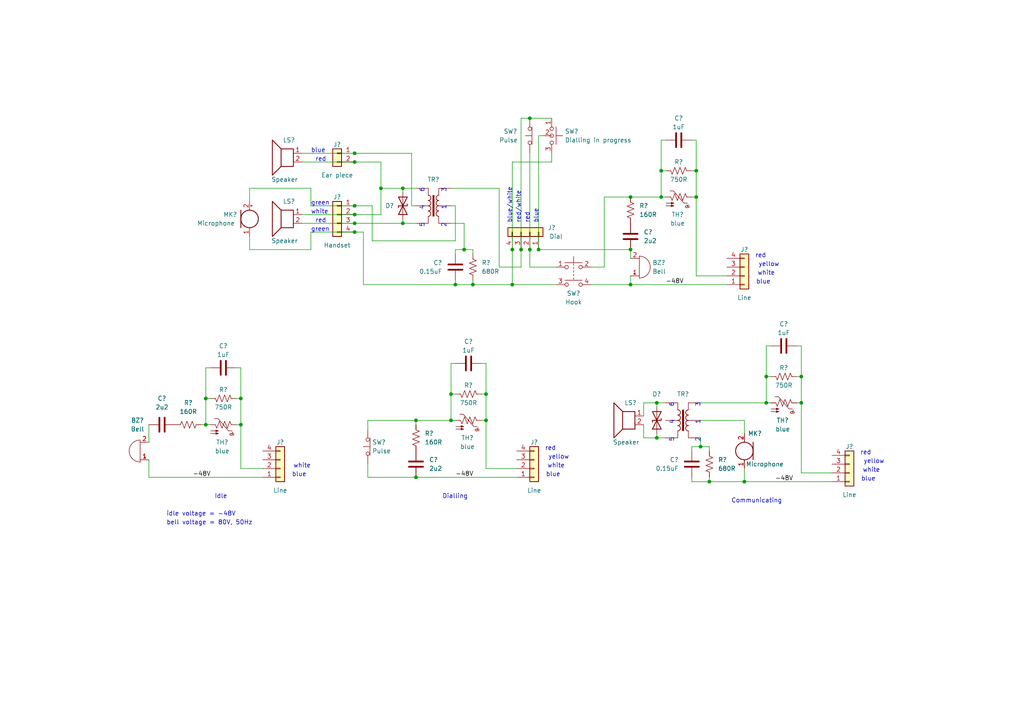
<source format=kicad_sch>
(kicad_sch (version 20211123) (generator eeschema)

  (uuid 9538e4ed-27e6-4c37-b989-9859dc0d49e8)

  (paper "A4")

  (lib_symbols
    (symbol "Connector_Generic:Conn_01x02" (pin_names (offset 1.016) hide) (in_bom yes) (on_board yes)
      (property "Reference" "J" (id 0) (at 0 2.54 0)
        (effects (font (size 1.27 1.27)))
      )
      (property "Value" "Conn_01x02" (id 1) (at 0 -5.08 0)
        (effects (font (size 1.27 1.27)))
      )
      (property "Footprint" "" (id 2) (at 0 0 0)
        (effects (font (size 1.27 1.27)) hide)
      )
      (property "Datasheet" "~" (id 3) (at 0 0 0)
        (effects (font (size 1.27 1.27)) hide)
      )
      (property "ki_keywords" "connector" (id 4) (at 0 0 0)
        (effects (font (size 1.27 1.27)) hide)
      )
      (property "ki_description" "Generic connector, single row, 01x02, script generated (kicad-library-utils/schlib/autogen/connector/)" (id 5) (at 0 0 0)
        (effects (font (size 1.27 1.27)) hide)
      )
      (property "ki_fp_filters" "Connector*:*_1x??_*" (id 6) (at 0 0 0)
        (effects (font (size 1.27 1.27)) hide)
      )
      (symbol "Conn_01x02_1_1"
        (rectangle (start -1.27 -2.413) (end 0 -2.667)
          (stroke (width 0.1524) (type default) (color 0 0 0 0))
          (fill (type none))
        )
        (rectangle (start -1.27 0.127) (end 0 -0.127)
          (stroke (width 0.1524) (type default) (color 0 0 0 0))
          (fill (type none))
        )
        (rectangle (start -1.27 1.27) (end 1.27 -3.81)
          (stroke (width 0.254) (type default) (color 0 0 0 0))
          (fill (type background))
        )
        (pin passive line (at -5.08 0 0) (length 3.81)
          (name "Pin_1" (effects (font (size 1.27 1.27))))
          (number "1" (effects (font (size 1.27 1.27))))
        )
        (pin passive line (at -5.08 -2.54 0) (length 3.81)
          (name "Pin_2" (effects (font (size 1.27 1.27))))
          (number "2" (effects (font (size 1.27 1.27))))
        )
      )
    )
    (symbol "Connector_Generic:Conn_01x04" (pin_names (offset 1.016) hide) (in_bom yes) (on_board yes)
      (property "Reference" "J" (id 0) (at 0 5.08 0)
        (effects (font (size 1.27 1.27)))
      )
      (property "Value" "Conn_01x04" (id 1) (at 0 -7.62 0)
        (effects (font (size 1.27 1.27)))
      )
      (property "Footprint" "" (id 2) (at 0 0 0)
        (effects (font (size 1.27 1.27)) hide)
      )
      (property "Datasheet" "~" (id 3) (at 0 0 0)
        (effects (font (size 1.27 1.27)) hide)
      )
      (property "ki_keywords" "connector" (id 4) (at 0 0 0)
        (effects (font (size 1.27 1.27)) hide)
      )
      (property "ki_description" "Generic connector, single row, 01x04, script generated (kicad-library-utils/schlib/autogen/connector/)" (id 5) (at 0 0 0)
        (effects (font (size 1.27 1.27)) hide)
      )
      (property "ki_fp_filters" "Connector*:*_1x??_*" (id 6) (at 0 0 0)
        (effects (font (size 1.27 1.27)) hide)
      )
      (symbol "Conn_01x04_1_1"
        (rectangle (start -1.27 -4.953) (end 0 -5.207)
          (stroke (width 0.1524) (type default) (color 0 0 0 0))
          (fill (type none))
        )
        (rectangle (start -1.27 -2.413) (end 0 -2.667)
          (stroke (width 0.1524) (type default) (color 0 0 0 0))
          (fill (type none))
        )
        (rectangle (start -1.27 0.127) (end 0 -0.127)
          (stroke (width 0.1524) (type default) (color 0 0 0 0))
          (fill (type none))
        )
        (rectangle (start -1.27 2.667) (end 0 2.413)
          (stroke (width 0.1524) (type default) (color 0 0 0 0))
          (fill (type none))
        )
        (rectangle (start -1.27 3.81) (end 1.27 -6.35)
          (stroke (width 0.254) (type default) (color 0 0 0 0))
          (fill (type background))
        )
        (pin passive line (at -5.08 2.54 0) (length 3.81)
          (name "Pin_1" (effects (font (size 1.27 1.27))))
          (number "1" (effects (font (size 1.27 1.27))))
        )
        (pin passive line (at -5.08 0 0) (length 3.81)
          (name "Pin_2" (effects (font (size 1.27 1.27))))
          (number "2" (effects (font (size 1.27 1.27))))
        )
        (pin passive line (at -5.08 -2.54 0) (length 3.81)
          (name "Pin_3" (effects (font (size 1.27 1.27))))
          (number "3" (effects (font (size 1.27 1.27))))
        )
        (pin passive line (at -5.08 -5.08 0) (length 3.81)
          (name "Pin_4" (effects (font (size 1.27 1.27))))
          (number "4" (effects (font (size 1.27 1.27))))
        )
      )
    )
    (symbol "Device:Buzzer" (pin_names (offset 0.0254) hide) (in_bom yes) (on_board yes)
      (property "Reference" "BZ" (id 0) (at 3.81 1.27 0)
        (effects (font (size 1.27 1.27)) (justify left))
      )
      (property "Value" "Buzzer" (id 1) (at 3.81 -1.27 0)
        (effects (font (size 1.27 1.27)) (justify left))
      )
      (property "Footprint" "" (id 2) (at -0.635 2.54 90)
        (effects (font (size 1.27 1.27)) hide)
      )
      (property "Datasheet" "~" (id 3) (at -0.635 2.54 90)
        (effects (font (size 1.27 1.27)) hide)
      )
      (property "ki_keywords" "quartz resonator ceramic" (id 4) (at 0 0 0)
        (effects (font (size 1.27 1.27)) hide)
      )
      (property "ki_description" "Buzzer, polarized" (id 5) (at 0 0 0)
        (effects (font (size 1.27 1.27)) hide)
      )
      (property "ki_fp_filters" "*Buzzer*" (id 6) (at 0 0 0)
        (effects (font (size 1.27 1.27)) hide)
      )
      (symbol "Buzzer_0_1"
        (arc (start 0 -3.175) (mid 3.175 0) (end 0 3.175)
          (stroke (width 0) (type default) (color 0 0 0 0))
          (fill (type none))
        )
        (polyline
          (pts
            (xy -1.651 1.905)
            (xy -1.143 1.905)
          )
          (stroke (width 0) (type default) (color 0 0 0 0))
          (fill (type none))
        )
        (polyline
          (pts
            (xy -1.397 2.159)
            (xy -1.397 1.651)
          )
          (stroke (width 0) (type default) (color 0 0 0 0))
          (fill (type none))
        )
        (polyline
          (pts
            (xy 0 3.175)
            (xy 0 -3.175)
          )
          (stroke (width 0) (type default) (color 0 0 0 0))
          (fill (type none))
        )
      )
      (symbol "Buzzer_1_1"
        (pin passive line (at -2.54 2.54 0) (length 2.54)
          (name "-" (effects (font (size 1.27 1.27))))
          (number "1" (effects (font (size 1.27 1.27))))
        )
        (pin passive line (at -2.54 -2.54 0) (length 2.54)
          (name "+" (effects (font (size 1.27 1.27))))
          (number "2" (effects (font (size 1.27 1.27))))
        )
      )
    )
    (symbol "Device:C" (pin_numbers hide) (pin_names (offset 0.254)) (in_bom yes) (on_board yes)
      (property "Reference" "C" (id 0) (at 0.635 2.54 0)
        (effects (font (size 1.27 1.27)) (justify left))
      )
      (property "Value" "C" (id 1) (at 0.635 -2.54 0)
        (effects (font (size 1.27 1.27)) (justify left))
      )
      (property "Footprint" "" (id 2) (at 0.9652 -3.81 0)
        (effects (font (size 1.27 1.27)) hide)
      )
      (property "Datasheet" "~" (id 3) (at 0 0 0)
        (effects (font (size 1.27 1.27)) hide)
      )
      (property "ki_keywords" "cap capacitor" (id 4) (at 0 0 0)
        (effects (font (size 1.27 1.27)) hide)
      )
      (property "ki_description" "Unpolarized capacitor" (id 5) (at 0 0 0)
        (effects (font (size 1.27 1.27)) hide)
      )
      (property "ki_fp_filters" "C_*" (id 6) (at 0 0 0)
        (effects (font (size 1.27 1.27)) hide)
      )
      (symbol "C_0_1"
        (polyline
          (pts
            (xy -2.032 -0.762)
            (xy 2.032 -0.762)
          )
          (stroke (width 0.508) (type default) (color 0 0 0 0))
          (fill (type none))
        )
        (polyline
          (pts
            (xy -2.032 0.762)
            (xy 2.032 0.762)
          )
          (stroke (width 0.508) (type default) (color 0 0 0 0))
          (fill (type none))
        )
      )
      (symbol "C_1_1"
        (pin passive line (at 0 3.81 270) (length 2.794)
          (name "~" (effects (font (size 1.27 1.27))))
          (number "1" (effects (font (size 1.27 1.27))))
        )
        (pin passive line (at 0 -3.81 90) (length 2.794)
          (name "~" (effects (font (size 1.27 1.27))))
          (number "2" (effects (font (size 1.27 1.27))))
        )
      )
    )
    (symbol "Device:Microphone" (pin_names (offset 0.0254) hide) (in_bom yes) (on_board yes)
      (property "Reference" "MK" (id 0) (at -3.81 1.27 0)
        (effects (font (size 1.27 1.27)) (justify right))
      )
      (property "Value" "Microphone" (id 1) (at -3.81 -0.635 0)
        (effects (font (size 1.27 1.27)) (justify right))
      )
      (property "Footprint" "" (id 2) (at 0 2.54 90)
        (effects (font (size 1.27 1.27)) hide)
      )
      (property "Datasheet" "~" (id 3) (at 0 2.54 90)
        (effects (font (size 1.27 1.27)) hide)
      )
      (property "ki_keywords" "microphone" (id 4) (at 0 0 0)
        (effects (font (size 1.27 1.27)) hide)
      )
      (property "ki_description" "Microphone" (id 5) (at 0 0 0)
        (effects (font (size 1.27 1.27)) hide)
      )
      (symbol "Microphone_0_1"
        (polyline
          (pts
            (xy -2.54 2.54)
            (xy -2.54 -2.54)
          )
          (stroke (width 0.254) (type default) (color 0 0 0 0))
          (fill (type none))
        )
        (polyline
          (pts
            (xy 0.254 3.81)
            (xy 0.762 3.81)
          )
          (stroke (width 0) (type default) (color 0 0 0 0))
          (fill (type none))
        )
        (polyline
          (pts
            (xy 0.508 4.064)
            (xy 0.508 3.556)
          )
          (stroke (width 0) (type default) (color 0 0 0 0))
          (fill (type none))
        )
        (circle (center 0 0) (radius 2.54)
          (stroke (width 0.254) (type default) (color 0 0 0 0))
          (fill (type none))
        )
      )
      (symbol "Microphone_1_1"
        (pin passive line (at 0 -5.08 90) (length 2.54)
          (name "-" (effects (font (size 1.27 1.27))))
          (number "1" (effects (font (size 1.27 1.27))))
        )
        (pin passive line (at 0 5.08 270) (length 2.54)
          (name "+" (effects (font (size 1.27 1.27))))
          (number "2" (effects (font (size 1.27 1.27))))
        )
      )
    )
    (symbol "Device:R_US" (pin_numbers hide) (pin_names (offset 0)) (in_bom yes) (on_board yes)
      (property "Reference" "R" (id 0) (at 2.54 0 90)
        (effects (font (size 1.27 1.27)))
      )
      (property "Value" "R_US" (id 1) (at -2.54 0 90)
        (effects (font (size 1.27 1.27)))
      )
      (property "Footprint" "" (id 2) (at 1.016 -0.254 90)
        (effects (font (size 1.27 1.27)) hide)
      )
      (property "Datasheet" "~" (id 3) (at 0 0 0)
        (effects (font (size 1.27 1.27)) hide)
      )
      (property "ki_keywords" "R res resistor" (id 4) (at 0 0 0)
        (effects (font (size 1.27 1.27)) hide)
      )
      (property "ki_description" "Resistor, US symbol" (id 5) (at 0 0 0)
        (effects (font (size 1.27 1.27)) hide)
      )
      (property "ki_fp_filters" "R_*" (id 6) (at 0 0 0)
        (effects (font (size 1.27 1.27)) hide)
      )
      (symbol "R_US_0_1"
        (polyline
          (pts
            (xy 0 -2.286)
            (xy 0 -2.54)
          )
          (stroke (width 0) (type default) (color 0 0 0 0))
          (fill (type none))
        )
        (polyline
          (pts
            (xy 0 2.286)
            (xy 0 2.54)
          )
          (stroke (width 0) (type default) (color 0 0 0 0))
          (fill (type none))
        )
        (polyline
          (pts
            (xy 0 -0.762)
            (xy 1.016 -1.143)
            (xy 0 -1.524)
            (xy -1.016 -1.905)
            (xy 0 -2.286)
          )
          (stroke (width 0) (type default) (color 0 0 0 0))
          (fill (type none))
        )
        (polyline
          (pts
            (xy 0 0.762)
            (xy 1.016 0.381)
            (xy 0 0)
            (xy -1.016 -0.381)
            (xy 0 -0.762)
          )
          (stroke (width 0) (type default) (color 0 0 0 0))
          (fill (type none))
        )
        (polyline
          (pts
            (xy 0 2.286)
            (xy 1.016 1.905)
            (xy 0 1.524)
            (xy -1.016 1.143)
            (xy 0 0.762)
          )
          (stroke (width 0) (type default) (color 0 0 0 0))
          (fill (type none))
        )
      )
      (symbol "R_US_1_1"
        (pin passive line (at 0 3.81 270) (length 1.27)
          (name "~" (effects (font (size 1.27 1.27))))
          (number "1" (effects (font (size 1.27 1.27))))
        )
        (pin passive line (at 0 -3.81 90) (length 1.27)
          (name "~" (effects (font (size 1.27 1.27))))
          (number "2" (effects (font (size 1.27 1.27))))
        )
      )
    )
    (symbol "Device:Speaker" (pin_names (offset 0) hide) (in_bom yes) (on_board yes)
      (property "Reference" "LS" (id 0) (at 1.27 5.715 0)
        (effects (font (size 1.27 1.27)) (justify right))
      )
      (property "Value" "Speaker" (id 1) (at 1.27 3.81 0)
        (effects (font (size 1.27 1.27)) (justify right))
      )
      (property "Footprint" "" (id 2) (at 0 -5.08 0)
        (effects (font (size 1.27 1.27)) hide)
      )
      (property "Datasheet" "~" (id 3) (at -0.254 -1.27 0)
        (effects (font (size 1.27 1.27)) hide)
      )
      (property "ki_keywords" "speaker sound" (id 4) (at 0 0 0)
        (effects (font (size 1.27 1.27)) hide)
      )
      (property "ki_description" "Speaker" (id 5) (at 0 0 0)
        (effects (font (size 1.27 1.27)) hide)
      )
      (symbol "Speaker_0_0"
        (rectangle (start -2.54 1.27) (end 1.016 -3.81)
          (stroke (width 0.254) (type default) (color 0 0 0 0))
          (fill (type none))
        )
        (polyline
          (pts
            (xy 1.016 1.27)
            (xy 3.556 3.81)
            (xy 3.556 -6.35)
            (xy 1.016 -3.81)
          )
          (stroke (width 0.254) (type default) (color 0 0 0 0))
          (fill (type none))
        )
      )
      (symbol "Speaker_1_1"
        (pin input line (at -5.08 0 0) (length 2.54)
          (name "1" (effects (font (size 1.27 1.27))))
          (number "1" (effects (font (size 1.27 1.27))))
        )
        (pin input line (at -5.08 -2.54 0) (length 2.54)
          (name "2" (effects (font (size 1.27 1.27))))
          (number "2" (effects (font (size 1.27 1.27))))
        )
      )
    )
    (symbol "Device:Thermistor_PTC_US" (pin_numbers hide) (pin_names (offset 0)) (in_bom yes) (on_board yes)
      (property "Reference" "TH" (id 0) (at -4.064 0 90)
        (effects (font (size 1.27 1.27)))
      )
      (property "Value" "Thermistor_PTC_US" (id 1) (at 3.048 0 90)
        (effects (font (size 1.27 1.27)))
      )
      (property "Footprint" "" (id 2) (at 1.27 -5.08 0)
        (effects (font (size 1.27 1.27)) (justify left) hide)
      )
      (property "Datasheet" "~" (id 3) (at 0 0 0)
        (effects (font (size 1.27 1.27)) hide)
      )
      (property "ki_keywords" "resistor PTC thermistor sensor RTD" (id 4) (at 0 0 0)
        (effects (font (size 1.27 1.27)) hide)
      )
      (property "ki_description" "Temperature dependent resistor, positive temperature coefficient, US symbol" (id 5) (at 0 0 0)
        (effects (font (size 1.27 1.27)) hide)
      )
      (property "ki_fp_filters" "*PTC* *Thermistor* PIN?ARRAY* bornier* *Terminal?Block* R_*" (id 6) (at 0 0 0)
        (effects (font (size 1.27 1.27)) hide)
      )
      (symbol "Thermistor_PTC_US_0_1"
        (arc (start -3.048 2.159) (mid -3.0505 2.3165) (end -3.175 2.413)
          (stroke (width 0) (type default) (color 0 0 0 0))
          (fill (type none))
        )
        (arc (start -3.048 2.159) (mid -2.9736 1.9794) (end -2.794 1.905)
          (stroke (width 0) (type default) (color 0 0 0 0))
          (fill (type none))
        )
        (arc (start -3.048 2.794) (mid -2.9736 2.6144) (end -2.794 2.54)
          (stroke (width 0) (type default) (color 0 0 0 0))
          (fill (type none))
        )
        (arc (start -2.794 1.905) (mid -2.6144 1.9794) (end -2.54 2.159)
          (stroke (width 0) (type default) (color 0 0 0 0))
          (fill (type none))
        )
        (arc (start -2.794 2.54) (mid -2.434 2.5608) (end -2.159 2.794)
          (stroke (width 0) (type default) (color 0 0 0 0))
          (fill (type none))
        )
        (arc (start -2.794 3.048) (mid -2.9736 2.9736) (end -3.048 2.794)
          (stroke (width 0) (type default) (color 0 0 0 0))
          (fill (type none))
        )
        (arc (start -2.54 2.794) (mid -2.6144 2.9736) (end -2.794 3.048)
          (stroke (width 0) (type default) (color 0 0 0 0))
          (fill (type none))
        )
        (polyline
          (pts
            (xy -2.54 2.159)
            (xy -2.54 2.794)
          )
          (stroke (width 0) (type default) (color 0 0 0 0))
          (fill (type none))
        )
        (polyline
          (pts
            (xy 0 -2.286)
            (xy 0 -2.54)
          )
          (stroke (width 0) (type default) (color 0 0 0 0))
          (fill (type none))
        )
        (polyline
          (pts
            (xy 0 2.286)
            (xy 0 2.54)
          )
          (stroke (width 0) (type default) (color 0 0 0 0))
          (fill (type none))
        )
        (polyline
          (pts
            (xy -1.778 2.54)
            (xy -1.778 1.524)
            (xy 1.778 -1.524)
            (xy 1.778 -2.54)
          )
          (stroke (width 0) (type default) (color 0 0 0 0))
          (fill (type none))
        )
        (polyline
          (pts
            (xy 0 -0.762)
            (xy 1.016 -1.143)
            (xy 0 -1.524)
            (xy -1.016 -1.905)
            (xy 0 -2.286)
          )
          (stroke (width 0) (type default) (color 0 0 0 0))
          (fill (type none))
        )
        (polyline
          (pts
            (xy 0 0.762)
            (xy 1.016 0.381)
            (xy 0 0)
            (xy -1.016 -0.381)
            (xy 0 -0.762)
          )
          (stroke (width 0) (type default) (color 0 0 0 0))
          (fill (type none))
        )
        (polyline
          (pts
            (xy 0 2.286)
            (xy 1.016 1.905)
            (xy 0 1.524)
            (xy -1.016 1.143)
            (xy 0 0.762)
          )
          (stroke (width 0) (type default) (color 0 0 0 0))
          (fill (type none))
        )
        (polyline
          (pts
            (xy -2.54 -3.683)
            (xy -2.54 -1.397)
            (xy -2.794 -2.159)
            (xy -2.286 -2.159)
            (xy -2.54 -1.397)
            (xy -2.54 -1.651)
          )
          (stroke (width 0) (type default) (color 0 0 0 0))
          (fill (type outline))
        )
        (polyline
          (pts
            (xy -1.778 -3.683)
            (xy -1.778 -1.397)
            (xy -2.032 -2.159)
            (xy -1.524 -2.159)
            (xy -1.778 -1.397)
            (xy -1.778 -1.651)
          )
          (stroke (width 0) (type default) (color 0 0 0 0))
          (fill (type outline))
        )
      )
      (symbol "Thermistor_PTC_US_1_1"
        (pin passive line (at 0 3.81 270) (length 1.27)
          (name "~" (effects (font (size 1.27 1.27))))
          (number "1" (effects (font (size 1.27 1.27))))
        )
        (pin passive line (at 0 -3.81 90) (length 1.27)
          (name "~" (effects (font (size 1.27 1.27))))
          (number "2" (effects (font (size 1.27 1.27))))
        )
      )
    )
    (symbol "Diode:1N630xCA" (pin_numbers hide) (pin_names (offset 1.016) hide) (in_bom yes) (on_board yes)
      (property "Reference" "D" (id 0) (at 0 2.54 0)
        (effects (font (size 1.27 1.27)))
      )
      (property "Value" "1N630xCA" (id 1) (at 0 -2.54 0)
        (effects (font (size 1.27 1.27)))
      )
      (property "Footprint" "Diode_THT:D_DO-201AE_P15.24mm_Horizontal" (id 2) (at 0 -5.08 0)
        (effects (font (size 1.27 1.27)) hide)
      )
      (property "Datasheet" "https://www.vishay.com/docs/88301/15ke.pdf" (id 3) (at 0 0 0)
        (effects (font (size 1.27 1.27)) hide)
      )
      (property "ki_keywords" "diode TVS voltage suppressor" (id 4) (at 0 0 0)
        (effects (font (size 1.27 1.27)) hide)
      )
      (property "ki_description" "1500W bidirectional TRANSZORB® Transient Voltage Suppressor, DO-201AE" (id 5) (at 0 0 0)
        (effects (font (size 1.27 1.27)) hide)
      )
      (property "ki_fp_filters" "D?DO?201AE*" (id 6) (at 0 0 0)
        (effects (font (size 1.27 1.27)) hide)
      )
      (symbol "1N630xCA_0_1"
        (polyline
          (pts
            (xy 1.27 0)
            (xy -1.27 0)
          )
          (stroke (width 0) (type default) (color 0 0 0 0))
          (fill (type none))
        )
        (polyline
          (pts
            (xy -2.54 -1.27)
            (xy 0 0)
            (xy -2.54 1.27)
            (xy -2.54 -1.27)
          )
          (stroke (width 0.254) (type default) (color 0 0 0 0))
          (fill (type none))
        )
        (polyline
          (pts
            (xy 0.508 1.27)
            (xy 0 1.27)
            (xy 0 -1.27)
            (xy -0.508 -1.27)
          )
          (stroke (width 0.254) (type default) (color 0 0 0 0))
          (fill (type none))
        )
        (polyline
          (pts
            (xy 2.54 1.27)
            (xy 2.54 -1.27)
            (xy 0 0)
            (xy 2.54 1.27)
          )
          (stroke (width 0.254) (type default) (color 0 0 0 0))
          (fill (type none))
        )
      )
      (symbol "1N630xCA_1_1"
        (pin passive line (at -3.81 0 0) (length 2.54)
          (name "A1" (effects (font (size 1.27 1.27))))
          (number "1" (effects (font (size 1.27 1.27))))
        )
        (pin passive line (at 3.81 0 180) (length 2.54)
          (name "A2" (effects (font (size 1.27 1.27))))
          (number "2" (effects (font (size 1.27 1.27))))
        )
      )
    )
    (symbol "Switch:SW_Push_Dual" (pin_names (offset 1.016) hide) (in_bom yes) (on_board yes)
      (property "Reference" "SW" (id 0) (at 1.27 2.54 0)
        (effects (font (size 1.27 1.27)) (justify left))
      )
      (property "Value" "SW_Push_Dual" (id 1) (at 0 -6.858 0)
        (effects (font (size 1.27 1.27)))
      )
      (property "Footprint" "" (id 2) (at 0 5.08 0)
        (effects (font (size 1.27 1.27)) hide)
      )
      (property "Datasheet" "~" (id 3) (at 0 5.08 0)
        (effects (font (size 1.27 1.27)) hide)
      )
      (property "ki_keywords" "switch normally-open pushbutton push-button" (id 4) (at 0 0 0)
        (effects (font (size 1.27 1.27)) hide)
      )
      (property "ki_description" "Push button switch, generic, symbol, four pins" (id 5) (at 0 0 0)
        (effects (font (size 1.27 1.27)) hide)
      )
      (symbol "SW_Push_Dual_0_1"
        (circle (center -2.032 -5.08) (radius 0.508)
          (stroke (width 0) (type default) (color 0 0 0 0))
          (fill (type none))
        )
        (circle (center -2.032 0) (radius 0.508)
          (stroke (width 0) (type default) (color 0 0 0 0))
          (fill (type none))
        )
        (polyline
          (pts
            (xy 0 -3.048)
            (xy 0 -3.556)
          )
          (stroke (width 0) (type default) (color 0 0 0 0))
          (fill (type none))
        )
        (polyline
          (pts
            (xy 0 -2.032)
            (xy 0 -2.54)
          )
          (stroke (width 0) (type default) (color 0 0 0 0))
          (fill (type none))
        )
        (polyline
          (pts
            (xy 0 -1.524)
            (xy 0 -1.016)
          )
          (stroke (width 0) (type default) (color 0 0 0 0))
          (fill (type none))
        )
        (polyline
          (pts
            (xy 0 -0.508)
            (xy 0 0)
          )
          (stroke (width 0) (type default) (color 0 0 0 0))
          (fill (type none))
        )
        (polyline
          (pts
            (xy 0 0.508)
            (xy 0 1.016)
          )
          (stroke (width 0) (type default) (color 0 0 0 0))
          (fill (type none))
        )
        (polyline
          (pts
            (xy 0 1.27)
            (xy 0 3.048)
          )
          (stroke (width 0) (type default) (color 0 0 0 0))
          (fill (type none))
        )
        (polyline
          (pts
            (xy 2.54 -3.81)
            (xy -2.54 -3.81)
          )
          (stroke (width 0) (type default) (color 0 0 0 0))
          (fill (type none))
        )
        (polyline
          (pts
            (xy 2.54 1.27)
            (xy -2.54 1.27)
          )
          (stroke (width 0) (type default) (color 0 0 0 0))
          (fill (type none))
        )
        (circle (center 2.032 -5.08) (radius 0.508)
          (stroke (width 0) (type default) (color 0 0 0 0))
          (fill (type none))
        )
        (circle (center 2.032 0) (radius 0.508)
          (stroke (width 0) (type default) (color 0 0 0 0))
          (fill (type none))
        )
        (pin passive line (at -5.08 0 0) (length 2.54)
          (name "1" (effects (font (size 1.27 1.27))))
          (number "1" (effects (font (size 1.27 1.27))))
        )
        (pin passive line (at 5.08 0 180) (length 2.54)
          (name "2" (effects (font (size 1.27 1.27))))
          (number "2" (effects (font (size 1.27 1.27))))
        )
        (pin passive line (at -5.08 -5.08 0) (length 2.54)
          (name "3" (effects (font (size 1.27 1.27))))
          (number "3" (effects (font (size 1.27 1.27))))
        )
        (pin passive line (at 5.08 -5.08 180) (length 2.54)
          (name "4" (effects (font (size 1.27 1.27))))
          (number "4" (effects (font (size 1.27 1.27))))
        )
      )
    )
    (symbol "Switch:SW_Push_Open" (pin_numbers hide) (pin_names (offset 1.016) hide) (in_bom yes) (on_board yes)
      (property "Reference" "SW" (id 0) (at 0 2.54 0)
        (effects (font (size 1.27 1.27)))
      )
      (property "Value" "SW_Push_Open" (id 1) (at 0 -1.905 0)
        (effects (font (size 1.27 1.27)))
      )
      (property "Footprint" "" (id 2) (at 0 5.08 0)
        (effects (font (size 1.27 1.27)) hide)
      )
      (property "Datasheet" "~" (id 3) (at 0 5.08 0)
        (effects (font (size 1.27 1.27)) hide)
      )
      (property "ki_keywords" "switch normally-closed pushbutton push-button" (id 4) (at 0 0 0)
        (effects (font (size 1.27 1.27)) hide)
      )
      (property "ki_description" "Push button switch, push-to-open, generic, two pins" (id 5) (at 0 0 0)
        (effects (font (size 1.27 1.27)) hide)
      )
      (symbol "SW_Push_Open_0_1"
        (circle (center -2.032 0) (radius 0.508)
          (stroke (width 0) (type default) (color 0 0 0 0))
          (fill (type none))
        )
        (polyline
          (pts
            (xy -2.54 -0.635)
            (xy 2.54 -0.635)
          )
          (stroke (width 0) (type default) (color 0 0 0 0))
          (fill (type none))
        )
        (polyline
          (pts
            (xy 0 -0.635)
            (xy 0 1.27)
          )
          (stroke (width 0) (type default) (color 0 0 0 0))
          (fill (type none))
        )
        (circle (center 2.032 0) (radius 0.508)
          (stroke (width 0) (type default) (color 0 0 0 0))
          (fill (type none))
        )
        (pin passive line (at -5.08 0 0) (length 2.54)
          (name "A" (effects (font (size 1.27 1.27))))
          (number "1" (effects (font (size 1.27 1.27))))
        )
      )
      (symbol "SW_Push_Open_1_1"
        (pin passive line (at 5.08 0 180) (length 2.54)
          (name "B" (effects (font (size 1.27 1.27))))
          (number "2" (effects (font (size 1.27 1.27))))
        )
      )
    )
    (symbol "Transformer:TRANSF5" (pin_numbers hide) (pin_names (offset 0)) (in_bom yes) (on_board yes)
      (property "Reference" "TR" (id 0) (at 0 6.35 0)
        (effects (font (size 1.27 1.27)))
      )
      (property "Value" "TRANSF5" (id 1) (at 0 -6.35 0)
        (effects (font (size 1.27 1.27)))
      )
      (property "Footprint" "" (id 2) (at 0 0 0)
        (effects (font (size 1.27 1.27)) hide)
      )
      (property "Datasheet" "" (id 3) (at 0 0 0)
        (effects (font (size 1.27 1.27)) hide)
      )
      (symbol "TRANSF5_0_1"
        (arc (start -1.524 -3.048) (mid -0.762 -2.286) (end -1.524 -1.524)
          (stroke (width 0.2032) (type default) (color 0 0 0 0))
          (fill (type none))
        )
        (arc (start -1.524 -1.524) (mid -0.762 -0.762) (end -1.524 0)
          (stroke (width 0.2032) (type default) (color 0 0 0 0))
          (fill (type none))
        )
        (arc (start -1.524 0) (mid -0.762 0.762) (end -1.524 1.524)
          (stroke (width 0.2032) (type default) (color 0 0 0 0))
          (fill (type none))
        )
        (arc (start -1.524 1.524) (mid -0.762 2.286) (end -1.524 3.048)
          (stroke (width 0.2032) (type default) (color 0 0 0 0))
          (fill (type none))
        )
        (rectangle (start -0.254 3.048) (end 0.254 -3.048)
          (stroke (width 0.0254) (type default) (color 0 0 0 0))
          (fill (type outline))
        )
        (polyline
          (pts
            (xy -1.524 0)
            (xy -2.54 0)
            (xy -2.54 0)
          )
          (stroke (width 0) (type default) (color 0 0 0 0))
          (fill (type outline))
        )
        (polyline
          (pts
            (xy 1.524 0)
            (xy 2.54 0)
            (xy 2.54 0)
          )
          (stroke (width 0) (type default) (color 0 0 0 0))
          (fill (type outline))
        )
        (polyline
          (pts
            (xy -2.54 5.08)
            (xy -1.524 5.08)
            (xy -1.524 3.048)
            (xy -1.524 3.048)
          )
          (stroke (width 0.1524) (type default) (color 0 0 0 0))
          (fill (type none))
        )
        (polyline
          (pts
            (xy -1.524 -3.048)
            (xy -1.524 -5.08)
            (xy -2.54 -5.08)
            (xy -2.54 -5.08)
          )
          (stroke (width 0.1524) (type default) (color 0 0 0 0))
          (fill (type none))
        )
        (polyline
          (pts
            (xy 1.524 3.048)
            (xy 1.524 5.08)
            (xy 2.54 5.08)
            (xy 2.54 5.08)
          )
          (stroke (width 0.1524) (type default) (color 0 0 0 0))
          (fill (type none))
        )
        (polyline
          (pts
            (xy 2.54 -5.08)
            (xy 1.524 -5.08)
            (xy 1.524 -3.048)
            (xy 1.524 -3.048)
          )
          (stroke (width 0.1524) (type default) (color 0 0 0 0))
          (fill (type none))
        )
        (arc (start 1.524 -1.524) (mid 0.762 -2.286) (end 1.524 -3.048)
          (stroke (width 0.2032) (type default) (color 0 0 0 0))
          (fill (type none))
        )
        (arc (start 1.524 0) (mid 0.762 -0.762) (end 1.524 -1.524)
          (stroke (width 0.2032) (type default) (color 0 0 0 0))
          (fill (type none))
        )
        (arc (start 1.524 1.524) (mid 0.762 0.762) (end 1.524 0)
          (stroke (width 0.2032) (type default) (color 0 0 0 0))
          (fill (type none))
        )
        (arc (start 1.524 3.048) (mid 0.762 2.286) (end 1.524 1.524)
          (stroke (width 0.2032) (type default) (color 0 0 0 0))
          (fill (type none))
        )
      )
      (symbol "TRANSF5_1_1"
        (pin passive line (at -5.08 5.08 0) (length 2.54)
          (name "~" (effects (font (size 1.27 1.27))))
          (number "1" (effects (font (size 1.27 1.27))))
        )
        (pin passive line (at -5.08 0 0) (length 2.54)
          (name "~" (effects (font (size 1.27 1.27))))
          (number "2" (effects (font (size 1.27 1.27))))
        )
        (pin passive line (at -5.08 -5.08 0) (length 2.54)
          (name "~" (effects (font (size 1.27 1.27))))
          (number "3" (effects (font (size 1.27 1.27))))
        )
        (pin passive line (at 5.08 -5.08 180) (length 2.54)
          (name "~" (effects (font (size 1.27 1.27))))
          (number "4" (effects (font (size 1.27 1.27))))
        )
        (pin passive line (at 5.08 0 180) (length 2.54)
          (name "~" (effects (font (size 1.27 1.27))))
          (number "5" (effects (font (size 1.27 1.27))))
        )
        (pin passive line (at 5.08 5.08 180) (length 2.54)
          (name "~" (effects (font (size 1.27 1.27))))
          (number "6" (effects (font (size 1.27 1.27))))
        )
      )
    )
    (symbol "cpv:switch_push_close_triple" (in_bom yes) (on_board yes)
      (property "Reference" "SW" (id 0) (at 0 2.54 0)
        (effects (font (size 1.27 1.27)))
      )
      (property "Value" "switch_push_close_triple" (id 1) (at 0 1.27 0)
        (effects (font (size 1.27 1.27)))
      )
      (property "Footprint" "" (id 2) (at 0 0 0)
        (effects (font (size 1.27 1.27)) hide)
      )
      (property "Datasheet" "" (id 3) (at 0 0 0)
        (effects (font (size 1.27 1.27)) hide)
      )
      (symbol "switch_push_close_triple_0_1"
        (circle (center -2.032 -3.81) (radius 0.508)
          (stroke (width 0) (type default) (color 0 0 0 0))
          (fill (type none))
        )
        (circle (center 0 -3.81) (radius 0.508)
          (stroke (width 0) (type default) (color 0 0 0 0))
          (fill (type none))
        )
        (polyline
          (pts
            (xy -2.54 -2.54)
            (xy 2.54 -2.54)
          )
          (stroke (width 0) (type default) (color 0 0 0 0))
          (fill (type none))
        )
        (polyline
          (pts
            (xy 0 -2.54)
            (xy 0 -0.635)
          )
          (stroke (width 0) (type default) (color 0 0 0 0))
          (fill (type none))
        )
        (circle (center 2.032 -3.81) (radius 0.508)
          (stroke (width 0) (type default) (color 0 0 0 0))
          (fill (type none))
        )
        (pin passive line (at -5.08 -3.81 0) (length 2.54)
          (name "" (effects (font (size 1.27 1.27))))
          (number "1" (effects (font (size 1.27 1.27))))
        )
        (pin passive line (at 0 -6.35 90) (length 2.54)
          (name "" (effects (font (size 1.27 1.27))))
          (number "2" (effects (font (size 1.27 1.27))))
        )
      )
      (symbol "switch_push_close_triple_1_1"
        (pin passive line (at 5.08 -3.81 180) (length 2.54)
          (name "" (effects (font (size 1.27 1.27))))
          (number "3" (effects (font (size 1.27 1.27))))
        )
      )
    )
  )

  (junction (at 102.87 59.69) (diameter 0) (color 0 0 0 0)
    (uuid 092c85e2-e880-4e93-851a-bef5ed7d4bbb)
  )
  (junction (at 153.67 72.39) (diameter 0) (color 0 0 0 0)
    (uuid 167be123-2c59-4062-adc3-48d16869f8d5)
  )
  (junction (at 140.97 114.3) (diameter 0) (color 0 0 0 0)
    (uuid 19a10aec-8933-4e02-94a4-ceeb91ba4f3f)
  )
  (junction (at 148.59 72.39) (diameter 0) (color 0 0 0 0)
    (uuid 19cff83b-87bb-428c-a647-3d04122e28c6)
  )
  (junction (at 151.13 72.39) (diameter 0) (color 0 0 0 0)
    (uuid 20dc4e79-0826-4185-ab16-306c72f0dbf4)
  )
  (junction (at 222.25 109.22) (diameter 0) (color 0 0 0 0)
    (uuid 21b54270-06ff-41d4-beef-ff7065b68332)
  )
  (junction (at 59.69 123.19) (diameter 0) (color 0 0 0 0)
    (uuid 2a5e5943-9d6f-46e9-8dbd-8ff034c8c738)
  )
  (junction (at 215.9 139.7) (diameter 0) (color 0 0 0 0)
    (uuid 3437e745-abb7-4575-99f8-4148115f987d)
  )
  (junction (at 102.87 64.77) (diameter 0) (color 0 0 0 0)
    (uuid 3bc124d7-f8fe-46e4-bade-3eb6c8f4abd7)
  )
  (junction (at 153.67 34.29) (diameter 0) (color 0 0 0 0)
    (uuid 44321575-ee2c-4699-8ae5-144aeed33381)
  )
  (junction (at 190.5 127) (diameter 0) (color 0 0 0 0)
    (uuid 4c68f7a7-13c1-4557-a101-da89341d7b2b)
  )
  (junction (at 203.2 129.54) (diameter 0) (color 0 0 0 0)
    (uuid 512a6417-71e7-4f4e-994a-f17130dff10d)
  )
  (junction (at 116.84 64.77) (diameter 0) (color 0 0 0 0)
    (uuid 5df3ac75-5ab8-480c-9a5b-de21f9f85104)
  )
  (junction (at 130.81 121.92) (diameter 0) (color 0 0 0 0)
    (uuid 5efb91fc-fa9f-4c87-9cf6-59847f1dbffa)
  )
  (junction (at 140.97 121.92) (diameter 0) (color 0 0 0 0)
    (uuid 5f1fef2e-ed14-417e-b2ac-9bb460524859)
  )
  (junction (at 120.65 121.92) (diameter 0) (color 0 0 0 0)
    (uuid 63c3e639-d3e2-4799-82d1-46e3117c6c82)
  )
  (junction (at 69.85 115.57) (diameter 0) (color 0 0 0 0)
    (uuid 65ac9fcd-9b62-4120-a1c2-6e361a1e0a61)
  )
  (junction (at 201.93 49.53) (diameter 0) (color 0 0 0 0)
    (uuid 6b5f524c-e129-478f-b953-bf349f475dfb)
  )
  (junction (at 102.87 46.99) (diameter 0) (color 0 0 0 0)
    (uuid 6f5d037a-8100-454e-a4be-9324a5d1489e)
  )
  (junction (at 137.16 82.55) (diameter 0) (color 0 0 0 0)
    (uuid 76cae1b5-a024-4bde-989b-5ff609e0e526)
  )
  (junction (at 102.87 44.45) (diameter 0) (color 0 0 0 0)
    (uuid 7d5c4ff0-07de-4bef-a205-71c6f4a41004)
  )
  (junction (at 222.25 116.84) (diameter 0) (color 0 0 0 0)
    (uuid 8a6114f3-ee3b-4753-84c1-5e55320c8083)
  )
  (junction (at 156.21 72.39) (diameter 0) (color 0 0 0 0)
    (uuid 8dcf766e-3cc2-4d1d-9cc9-8830dad16fb4)
  )
  (junction (at 205.74 139.7) (diameter 0) (color 0 0 0 0)
    (uuid 9030f584-4e46-41ef-887c-e22378a10e20)
  )
  (junction (at 116.84 54.61) (diameter 0) (color 0 0 0 0)
    (uuid 90cec321-4c1d-4458-9d33-0f5c71ef6b0a)
  )
  (junction (at 191.77 57.15) (diameter 0) (color 0 0 0 0)
    (uuid a1805d3e-7a23-4b9c-a932-fe0a49eb8fac)
  )
  (junction (at 110.49 54.61) (diameter 0) (color 0 0 0 0)
    (uuid a2665331-e06a-4948-bd7c-e3a6a5a1b03a)
  )
  (junction (at 102.87 62.23) (diameter 0) (color 0 0 0 0)
    (uuid aae19ede-3d38-46ec-83f3-9ee7717d98b6)
  )
  (junction (at 132.08 82.55) (diameter 0) (color 0 0 0 0)
    (uuid ac08134c-9304-45f5-bf11-042cbfd76c0c)
  )
  (junction (at 190.5 116.84) (diameter 0) (color 0 0 0 0)
    (uuid ad1d5029-207b-4fc6-b790-fe19c44e99da)
  )
  (junction (at 69.85 123.19) (diameter 0) (color 0 0 0 0)
    (uuid aeb94e29-ea6d-45c7-9d6c-872bb93b1bdd)
  )
  (junction (at 232.41 109.22) (diameter 0) (color 0 0 0 0)
    (uuid b64716cb-89df-410e-80f9-8ccf1277806a)
  )
  (junction (at 120.65 138.43) (diameter 0) (color 0 0 0 0)
    (uuid b722dd42-45b7-4370-a5aa-c0d3ea4a3b4b)
  )
  (junction (at 182.88 57.15) (diameter 0) (color 0 0 0 0)
    (uuid b78e9637-540c-4191-94a2-387af45a1e59)
  )
  (junction (at 182.88 72.39) (diameter 0) (color 0 0 0 0)
    (uuid bd0aaf03-f759-4bac-b98e-067b23d478ed)
  )
  (junction (at 232.41 116.84) (diameter 0) (color 0 0 0 0)
    (uuid c6f414a7-eaed-4aa6-bfa2-29c39d31416e)
  )
  (junction (at 148.59 82.55) (diameter 0) (color 0 0 0 0)
    (uuid c8a98fcf-3d8e-4fad-b09a-2aa3b3148c67)
  )
  (junction (at 134.62 72.39) (diameter 0) (color 0 0 0 0)
    (uuid cc41ca77-a74b-426b-b1c7-3245c8ddbdff)
  )
  (junction (at 102.87 67.31) (diameter 0) (color 0 0 0 0)
    (uuid cd206659-fd43-4467-8ecd-3f9207594af1)
  )
  (junction (at 182.88 82.55) (diameter 0) (color 0 0 0 0)
    (uuid dafd18d1-8c2b-4430-8e26-109b4da8ae14)
  )
  (junction (at 59.69 115.57) (diameter 0) (color 0 0 0 0)
    (uuid e117d7c9-a11f-4ea9-ac78-585495f9bde1)
  )
  (junction (at 130.81 114.3) (diameter 0) (color 0 0 0 0)
    (uuid e35aaf01-739c-41ef-b970-b1f38dcc6318)
  )
  (junction (at 191.77 49.53) (diameter 0) (color 0 0 0 0)
    (uuid e7d10b7b-4309-4b5b-9ea1-9a4233153a90)
  )
  (junction (at 201.93 57.15) (diameter 0) (color 0 0 0 0)
    (uuid f556b6b5-7b06-4043-9cb8-26c0e2c8b040)
  )

  (wire (pts (xy 151.13 77.47) (xy 144.78 77.47))
    (stroke (width 0) (type default) (color 0 0 0 0))
    (uuid 0072cb63-c59e-47ea-a9e3-a3fb4b2ec60f)
  )
  (wire (pts (xy 58.42 123.19) (xy 59.69 123.19))
    (stroke (width 0) (type default) (color 0 0 0 0))
    (uuid 01275fb5-dd61-484f-8353-1ae95f1b06f4)
  )
  (wire (pts (xy 90.17 54.61) (xy 90.17 59.69))
    (stroke (width 0) (type default) (color 0 0 0 0))
    (uuid 031ae5b7-c1f1-4a52-b98d-58f0e0f4613a)
  )
  (wire (pts (xy 191.77 49.53) (xy 191.77 40.64))
    (stroke (width 0) (type default) (color 0 0 0 0))
    (uuid 036eb51f-93e7-4ffa-bfec-014c241a7bdb)
  )
  (wire (pts (xy 175.26 57.15) (xy 182.88 57.15))
    (stroke (width 0) (type default) (color 0 0 0 0))
    (uuid 0445ab9f-fca1-4f53-8650-2368822b543a)
  )
  (wire (pts (xy 153.67 72.39) (xy 153.67 77.47))
    (stroke (width 0) (type default) (color 0 0 0 0))
    (uuid 0e42a59c-39cc-4896-ae77-dda0ff7841f6)
  )
  (wire (pts (xy 140.97 121.92) (xy 140.97 135.89))
    (stroke (width 0) (type default) (color 0 0 0 0))
    (uuid 1134bbc9-6ba8-427a-89bb-06ed592bdb17)
  )
  (wire (pts (xy 191.77 40.64) (xy 193.04 40.64))
    (stroke (width 0) (type default) (color 0 0 0 0))
    (uuid 11a3daf2-1eca-46fd-a04f-7827a5dfe41e)
  )
  (wire (pts (xy 222.25 109.22) (xy 223.52 109.22))
    (stroke (width 0) (type default) (color 0 0 0 0))
    (uuid 14ed8ac0-69d2-4f06-a4e6-60063f520bf5)
  )
  (wire (pts (xy 205.74 139.7) (xy 205.74 138.43))
    (stroke (width 0) (type default) (color 0 0 0 0))
    (uuid 15002eb9-1216-4bbf-be72-6ffd8a995d41)
  )
  (wire (pts (xy 201.93 57.15) (xy 201.93 49.53))
    (stroke (width 0) (type default) (color 0 0 0 0))
    (uuid 170c6dd0-f9dc-48e8-9381-f30f3a87013a)
  )
  (wire (pts (xy 201.93 40.64) (xy 200.66 40.64))
    (stroke (width 0) (type default) (color 0 0 0 0))
    (uuid 186d33d4-28a0-4c56-a9e8-f8e844930b3b)
  )
  (wire (pts (xy 137.16 72.39) (xy 137.16 73.66))
    (stroke (width 0) (type default) (color 0 0 0 0))
    (uuid 1c294de7-d256-46ef-a4dc-0299996984ed)
  )
  (wire (pts (xy 232.41 109.22) (xy 231.14 109.22))
    (stroke (width 0) (type default) (color 0 0 0 0))
    (uuid 1d860010-379c-45e6-a821-f7d4d403993e)
  )
  (wire (pts (xy 156.21 39.37) (xy 156.21 72.39))
    (stroke (width 0) (type default) (color 0 0 0 0))
    (uuid 1da73623-6478-47f4-a53e-ef990a4c1f4b)
  )
  (wire (pts (xy 132.08 82.55) (xy 137.16 82.55))
    (stroke (width 0) (type default) (color 0 0 0 0))
    (uuid 1f7b7b8b-5d0c-4668-ba88-71e58f0e93e5)
  )
  (wire (pts (xy 43.18 123.19) (xy 43.18 128.27))
    (stroke (width 0) (type default) (color 0 0 0 0))
    (uuid 1f87b31e-3745-4baf-a097-0a13d438a089)
  )
  (wire (pts (xy 191.77 57.15) (xy 191.77 49.53))
    (stroke (width 0) (type default) (color 0 0 0 0))
    (uuid 25120cc5-2013-4d31-ad43-4ba6e8c29b7a)
  )
  (wire (pts (xy 87.63 46.99) (xy 102.87 46.99))
    (stroke (width 0) (type default) (color 0 0 0 0))
    (uuid 2551847d-7be3-4cc3-88b3-4047fe6e190d)
  )
  (wire (pts (xy 134.62 64.77) (xy 134.62 72.39))
    (stroke (width 0) (type default) (color 0 0 0 0))
    (uuid 25b3c794-a0a6-4c06-8c14-b34a995290f8)
  )
  (wire (pts (xy 205.74 129.54) (xy 205.74 130.81))
    (stroke (width 0) (type default) (color 0 0 0 0))
    (uuid 2635e46d-0a56-48d1-947b-f45c7c08e4d3)
  )
  (wire (pts (xy 119.38 44.45) (xy 119.38 59.69))
    (stroke (width 0) (type default) (color 0 0 0 0))
    (uuid 2651f813-ba9f-49ac-8ab9-d6e652b5fa2e)
  )
  (wire (pts (xy 222.25 116.84) (xy 222.25 109.22))
    (stroke (width 0) (type default) (color 0 0 0 0))
    (uuid 28463ad4-38e9-4dee-a4fb-f0646e822d42)
  )
  (wire (pts (xy 215.9 135.89) (xy 215.9 139.7))
    (stroke (width 0) (type default) (color 0 0 0 0))
    (uuid 28b61ebf-42ac-4731-ace3-cfa97e83ddf1)
  )
  (wire (pts (xy 107.95 59.69) (xy 102.87 59.69))
    (stroke (width 0) (type default) (color 0 0 0 0))
    (uuid 29b0982b-d251-47db-bdab-5ba5a03ab655)
  )
  (wire (pts (xy 175.26 77.47) (xy 171.45 77.47))
    (stroke (width 0) (type default) (color 0 0 0 0))
    (uuid 2a54f256-5607-41a1-9e0e-7b2df68bb402)
  )
  (wire (pts (xy 215.9 125.73) (xy 215.9 121.92))
    (stroke (width 0) (type default) (color 0 0 0 0))
    (uuid 2c9c6a5f-eedf-43b0-9b9e-2a31e726458f)
  )
  (wire (pts (xy 90.17 59.69) (xy 102.87 59.69))
    (stroke (width 0) (type default) (color 0 0 0 0))
    (uuid 2d6ce1c9-872c-4c9e-b413-7de2ea28195e)
  )
  (wire (pts (xy 232.41 116.84) (xy 232.41 137.16))
    (stroke (width 0) (type default) (color 0 0 0 0))
    (uuid 2d90166d-47e4-4fc5-bc5c-affd653ee12f)
  )
  (wire (pts (xy 116.84 55.88) (xy 116.84 54.61))
    (stroke (width 0) (type default) (color 0 0 0 0))
    (uuid 3045c097-74da-4971-9a40-9180da074e57)
  )
  (wire (pts (xy 148.59 46.99) (xy 148.59 72.39))
    (stroke (width 0) (type default) (color 0 0 0 0))
    (uuid 32d18cfc-2a3c-4c82-bc7b-3f3b73a330a7)
  )
  (wire (pts (xy 43.18 138.43) (xy 43.18 133.35))
    (stroke (width 0) (type default) (color 0 0 0 0))
    (uuid 32db97fd-e493-401b-a265-b9082aaa3b45)
  )
  (wire (pts (xy 72.39 58.42) (xy 72.39 54.61))
    (stroke (width 0) (type default) (color 0 0 0 0))
    (uuid 3390d9c8-cec9-491e-bf8c-705f227594b6)
  )
  (wire (pts (xy 190.5 118.11) (xy 190.5 116.84))
    (stroke (width 0) (type default) (color 0 0 0 0))
    (uuid 34eab817-ce94-4979-83c2-8762bfee5bf2)
  )
  (wire (pts (xy 116.84 54.61) (xy 120.65 54.61))
    (stroke (width 0) (type default) (color 0 0 0 0))
    (uuid 3667731d-085a-4286-bf93-efac8c5e108a)
  )
  (wire (pts (xy 137.16 82.55) (xy 148.59 82.55))
    (stroke (width 0) (type default) (color 0 0 0 0))
    (uuid 36d86338-5245-4fce-a77d-39b4b2942f4f)
  )
  (wire (pts (xy 201.93 57.15) (xy 201.93 80.01))
    (stroke (width 0) (type default) (color 0 0 0 0))
    (uuid 36fcf245-0053-40f6-82b7-1c2c47f84829)
  )
  (wire (pts (xy 149.86 135.89) (xy 140.97 135.89))
    (stroke (width 0) (type default) (color 0 0 0 0))
    (uuid 38ed06be-91da-413a-a4bb-229a184122bd)
  )
  (wire (pts (xy 110.49 54.61) (xy 110.49 62.23))
    (stroke (width 0) (type default) (color 0 0 0 0))
    (uuid 3b42e957-1cec-448f-b6ee-ebd84194d93c)
  )
  (wire (pts (xy 175.26 57.15) (xy 175.26 77.47))
    (stroke (width 0) (type default) (color 0 0 0 0))
    (uuid 3db1263a-22a4-44e2-a91b-167a4ca2ec07)
  )
  (wire (pts (xy 182.88 82.55) (xy 210.82 82.55))
    (stroke (width 0) (type default) (color 0 0 0 0))
    (uuid 3e239acd-bada-43af-9d51-ea456c14f891)
  )
  (wire (pts (xy 140.97 121.92) (xy 140.97 114.3))
    (stroke (width 0) (type default) (color 0 0 0 0))
    (uuid 3ed96f75-ca31-4618-9b00-586727281237)
  )
  (wire (pts (xy 201.93 49.53) (xy 200.66 49.53))
    (stroke (width 0) (type default) (color 0 0 0 0))
    (uuid 3f6082ad-9ed7-4154-b314-791b19044c0a)
  )
  (wire (pts (xy 87.63 44.45) (xy 102.87 44.45))
    (stroke (width 0) (type default) (color 0 0 0 0))
    (uuid 41378bfe-c88c-43ee-aad3-98b6a04838fb)
  )
  (wire (pts (xy 106.68 138.43) (xy 120.65 138.43))
    (stroke (width 0) (type default) (color 0 0 0 0))
    (uuid 4241dbc7-2c3e-43ac-85a4-6350b116a32d)
  )
  (wire (pts (xy 205.74 139.7) (xy 215.9 139.7))
    (stroke (width 0) (type default) (color 0 0 0 0))
    (uuid 42cd335b-e553-4292-b3df-4d04cc7ccd63)
  )
  (wire (pts (xy 171.45 82.55) (xy 182.88 82.55))
    (stroke (width 0) (type default) (color 0 0 0 0))
    (uuid 42da10ab-8428-488a-83c8-b16127fab436)
  )
  (wire (pts (xy 182.88 57.15) (xy 191.77 57.15))
    (stroke (width 0) (type default) (color 0 0 0 0))
    (uuid 465ed9b2-eda1-4f9d-943c-d2b0bf088375)
  )
  (wire (pts (xy 203.2 116.84) (xy 222.25 116.84))
    (stroke (width 0) (type default) (color 0 0 0 0))
    (uuid 47316291-2927-454d-a696-fb9864d41e4b)
  )
  (wire (pts (xy 69.85 123.19) (xy 68.58 123.19))
    (stroke (width 0) (type default) (color 0 0 0 0))
    (uuid 497dcf78-28b4-4f52-8b8e-747148f25565)
  )
  (wire (pts (xy 72.39 72.39) (xy 90.17 72.39))
    (stroke (width 0) (type default) (color 0 0 0 0))
    (uuid 4b6a3d24-00e7-4ab4-9bb0-82820e82000b)
  )
  (wire (pts (xy 130.81 105.41) (xy 132.08 105.41))
    (stroke (width 0) (type default) (color 0 0 0 0))
    (uuid 4c125887-2c0f-4a21-9ea7-df7fef7b18b0)
  )
  (wire (pts (xy 210.82 80.01) (xy 201.93 80.01))
    (stroke (width 0) (type default) (color 0 0 0 0))
    (uuid 4ccb5fb4-d10d-4c7a-8ded-12dd875cceff)
  )
  (wire (pts (xy 102.87 44.45) (xy 119.38 44.45))
    (stroke (width 0) (type default) (color 0 0 0 0))
    (uuid 4d2425ec-bbbf-4593-863c-ca595e28b3ce)
  )
  (wire (pts (xy 102.87 46.99) (xy 110.49 46.99))
    (stroke (width 0) (type default) (color 0 0 0 0))
    (uuid 4d8cf891-6a89-4bdf-9f07-927b5077d4f6)
  )
  (wire (pts (xy 87.63 64.77) (xy 102.87 64.77))
    (stroke (width 0) (type default) (color 0 0 0 0))
    (uuid 4f2b5d81-6533-40ed-bc14-f1fb506827a1)
  )
  (wire (pts (xy 222.25 116.84) (xy 223.52 116.84))
    (stroke (width 0) (type default) (color 0 0 0 0))
    (uuid 4f98e334-a8a4-4832-a5ff-bd097d561a1d)
  )
  (wire (pts (xy 76.2 135.89) (xy 69.85 135.89))
    (stroke (width 0) (type default) (color 0 0 0 0))
    (uuid 503da063-b26e-4e87-ac49-3473920d3d7a)
  )
  (wire (pts (xy 203.2 129.54) (xy 205.74 129.54))
    (stroke (width 0) (type default) (color 0 0 0 0))
    (uuid 536c10fa-49df-421f-9e6a-b4c57aefa54f)
  )
  (wire (pts (xy 59.69 115.57) (xy 59.69 106.68))
    (stroke (width 0) (type default) (color 0 0 0 0))
    (uuid 57909c0e-8958-429c-a172-81a8a2e2b0e6)
  )
  (wire (pts (xy 232.41 100.33) (xy 232.41 109.22))
    (stroke (width 0) (type default) (color 0 0 0 0))
    (uuid 57a8554c-08bb-4490-9795-7710558a41bf)
  )
  (wire (pts (xy 72.39 68.58) (xy 72.39 72.39))
    (stroke (width 0) (type default) (color 0 0 0 0))
    (uuid 5c6130bb-8a33-41df-ab05-1dfe722ab991)
  )
  (wire (pts (xy 59.69 123.19) (xy 59.69 115.57))
    (stroke (width 0) (type default) (color 0 0 0 0))
    (uuid 5e17445f-e1a9-4a6d-8408-c0cdc50a2b9f)
  )
  (wire (pts (xy 132.08 73.66) (xy 132.08 72.39))
    (stroke (width 0) (type default) (color 0 0 0 0))
    (uuid 5f57c978-f75d-47d2-ac7e-343d3aeadf72)
  )
  (wire (pts (xy 69.85 123.19) (xy 69.85 135.89))
    (stroke (width 0) (type default) (color 0 0 0 0))
    (uuid 606fe4ad-2a27-4f3b-8b20-77a1243f65c1)
  )
  (wire (pts (xy 153.67 77.47) (xy 161.29 77.47))
    (stroke (width 0) (type default) (color 0 0 0 0))
    (uuid 613b45e8-9737-457f-8518-cd47ab4649b8)
  )
  (wire (pts (xy 222.25 109.22) (xy 222.25 100.33))
    (stroke (width 0) (type default) (color 0 0 0 0))
    (uuid 627dc753-e6ac-499c-bebb-1226db86d9b4)
  )
  (wire (pts (xy 140.97 114.3) (xy 139.7 114.3))
    (stroke (width 0) (type default) (color 0 0 0 0))
    (uuid 66300025-2429-4a3e-91af-84c00b093f51)
  )
  (wire (pts (xy 59.69 123.19) (xy 60.96 123.19))
    (stroke (width 0) (type default) (color 0 0 0 0))
    (uuid 66667425-e294-403b-8ed0-c1fbb4914d69)
  )
  (wire (pts (xy 201.93 57.15) (xy 200.66 57.15))
    (stroke (width 0) (type default) (color 0 0 0 0))
    (uuid 6735efb9-cd23-45f8-a3c7-319522de5d32)
  )
  (wire (pts (xy 186.69 127) (xy 186.69 123.19))
    (stroke (width 0) (type default) (color 0 0 0 0))
    (uuid 674547f3-faaa-43e1-9d71-4454580636b7)
  )
  (wire (pts (xy 59.69 115.57) (xy 60.96 115.57))
    (stroke (width 0) (type default) (color 0 0 0 0))
    (uuid 6bae5abb-cd69-4d8e-ab02-fd56623b8df5)
  )
  (wire (pts (xy 106.68 134.62) (xy 106.68 138.43))
    (stroke (width 0) (type default) (color 0 0 0 0))
    (uuid 6ca00155-be03-4745-9882-e8d4acc7e830)
  )
  (wire (pts (xy 132.08 69.85) (xy 107.95 69.85))
    (stroke (width 0) (type default) (color 0 0 0 0))
    (uuid 6fd8d62b-9acc-4fe8-ba1d-6cfbe99c98be)
  )
  (wire (pts (xy 110.49 46.99) (xy 110.49 54.61))
    (stroke (width 0) (type default) (color 0 0 0 0))
    (uuid 7045cdd9-fa07-490e-9524-0f486b8ec83d)
  )
  (wire (pts (xy 59.69 106.68) (xy 60.96 106.68))
    (stroke (width 0) (type default) (color 0 0 0 0))
    (uuid 72dbb69a-3e1a-453b-b912-c206fbb528fb)
  )
  (wire (pts (xy 72.39 54.61) (xy 90.17 54.61))
    (stroke (width 0) (type default) (color 0 0 0 0))
    (uuid 77660809-a85a-4366-a366-1a3c8d3a77e5)
  )
  (wire (pts (xy 102.87 62.23) (xy 110.49 62.23))
    (stroke (width 0) (type default) (color 0 0 0 0))
    (uuid 783e84b8-3a52-4158-9784-f3a27602979f)
  )
  (wire (pts (xy 160.02 44.45) (xy 160.02 46.99))
    (stroke (width 0) (type default) (color 0 0 0 0))
    (uuid 78b0e075-13f0-463d-9fd3-df7b27b340a3)
  )
  (wire (pts (xy 69.85 123.19) (xy 69.85 115.57))
    (stroke (width 0) (type default) (color 0 0 0 0))
    (uuid 7a30f668-fb0a-471f-a3d4-817e8186ee3c)
  )
  (wire (pts (xy 102.87 67.31) (xy 105.41 67.31))
    (stroke (width 0) (type default) (color 0 0 0 0))
    (uuid 80eb8af9-dc6e-46d2-8c69-494e982858f8)
  )
  (wire (pts (xy 157.48 39.37) (xy 156.21 39.37))
    (stroke (width 0) (type default) (color 0 0 0 0))
    (uuid 80ee8bb8-75c1-419e-a490-94a488ed41fb)
  )
  (wire (pts (xy 105.41 82.55) (xy 132.08 82.55))
    (stroke (width 0) (type default) (color 0 0 0 0))
    (uuid 8458b63b-e9ae-4fe3-94f7-cd03c40c18d8)
  )
  (wire (pts (xy 130.81 114.3) (xy 132.08 114.3))
    (stroke (width 0) (type default) (color 0 0 0 0))
    (uuid 8595da7f-3bc4-40a6-b225-d2ce6223ac60)
  )
  (wire (pts (xy 186.69 116.84) (xy 186.69 120.65))
    (stroke (width 0) (type default) (color 0 0 0 0))
    (uuid 86d13844-1ad0-43b0-a4ba-7d1c820fa210)
  )
  (wire (pts (xy 130.81 59.69) (xy 132.08 59.69))
    (stroke (width 0) (type default) (color 0 0 0 0))
    (uuid 932c0a6e-4ad6-422c-a2b5-564f2565e94a)
  )
  (wire (pts (xy 151.13 77.47) (xy 151.13 72.39))
    (stroke (width 0) (type default) (color 0 0 0 0))
    (uuid 93818aee-86b0-41b7-a611-2fe8e92fc194)
  )
  (wire (pts (xy 120.65 123.19) (xy 120.65 121.92))
    (stroke (width 0) (type default) (color 0 0 0 0))
    (uuid 93dd0ce6-cc12-4166-a172-a2e9bcc2c5e3)
  )
  (wire (pts (xy 201.93 40.64) (xy 201.93 49.53))
    (stroke (width 0) (type default) (color 0 0 0 0))
    (uuid 95659532-83dd-4c96-bb43-dd24ec3051a3)
  )
  (wire (pts (xy 186.69 127) (xy 190.5 127))
    (stroke (width 0) (type default) (color 0 0 0 0))
    (uuid 9608c37c-63aa-403f-b3cf-4098faf2b649)
  )
  (wire (pts (xy 120.65 138.43) (xy 149.86 138.43))
    (stroke (width 0) (type default) (color 0 0 0 0))
    (uuid 97be620c-801a-4526-8e81-4dcfc44017ff)
  )
  (wire (pts (xy 241.3 137.16) (xy 232.41 137.16))
    (stroke (width 0) (type default) (color 0 0 0 0))
    (uuid 9ab8a24d-b00e-4005-ab07-0c8443ca9c23)
  )
  (wire (pts (xy 182.88 74.93) (xy 182.88 72.39))
    (stroke (width 0) (type default) (color 0 0 0 0))
    (uuid 9b382e6e-9114-40be-ade4-66295ce96fe7)
  )
  (wire (pts (xy 130.81 121.92) (xy 130.81 114.3))
    (stroke (width 0) (type default) (color 0 0 0 0))
    (uuid 9c6b8250-bfdd-47de-baf3-e5407e739f5f)
  )
  (wire (pts (xy 116.84 64.77) (xy 120.65 64.77))
    (stroke (width 0) (type default) (color 0 0 0 0))
    (uuid 9f37d258-1b8b-4799-969b-53d36c003782)
  )
  (wire (pts (xy 148.59 82.55) (xy 161.29 82.55))
    (stroke (width 0) (type default) (color 0 0 0 0))
    (uuid 9f525753-8201-438d-9e60-bfe72ca01cba)
  )
  (wire (pts (xy 69.85 115.57) (xy 68.58 115.57))
    (stroke (width 0) (type default) (color 0 0 0 0))
    (uuid 9f60a6aa-e186-4ce3-b605-3b63309bcd8b)
  )
  (wire (pts (xy 191.77 57.15) (xy 193.04 57.15))
    (stroke (width 0) (type default) (color 0 0 0 0))
    (uuid a127cff4-8870-4546-8385-7fc15ee80e82)
  )
  (wire (pts (xy 144.78 77.47) (xy 144.78 54.61))
    (stroke (width 0) (type default) (color 0 0 0 0))
    (uuid a2cb5455-0ea5-4379-91f2-2ee9785d1603)
  )
  (wire (pts (xy 130.81 54.61) (xy 144.78 54.61))
    (stroke (width 0) (type default) (color 0 0 0 0))
    (uuid a38774fb-671c-4e60-91c7-7748655a3139)
  )
  (wire (pts (xy 203.2 121.92) (xy 215.9 121.92))
    (stroke (width 0) (type default) (color 0 0 0 0))
    (uuid a3aac373-37ec-4f3b-a181-b848a102e52a)
  )
  (wire (pts (xy 160.02 46.99) (xy 148.59 46.99))
    (stroke (width 0) (type default) (color 0 0 0 0))
    (uuid a476b586-932a-414c-948c-88c313b8f39f)
  )
  (wire (pts (xy 200.66 130.81) (xy 200.66 129.54))
    (stroke (width 0) (type default) (color 0 0 0 0))
    (uuid a5187d68-f76b-47f6-8f64-a5af0a7131aa)
  )
  (wire (pts (xy 116.84 63.5) (xy 116.84 64.77))
    (stroke (width 0) (type default) (color 0 0 0 0))
    (uuid a5dd78c9-0322-41a5-9b53-1eee7f96c3d2)
  )
  (wire (pts (xy 140.97 105.41) (xy 140.97 114.3))
    (stroke (width 0) (type default) (color 0 0 0 0))
    (uuid a6e591eb-46da-4ac8-9359-eca6475111a7)
  )
  (wire (pts (xy 203.2 127) (xy 203.2 129.54))
    (stroke (width 0) (type default) (color 0 0 0 0))
    (uuid a763e67c-92cd-4669-a2bf-45900c0ded3a)
  )
  (wire (pts (xy 191.77 49.53) (xy 193.04 49.53))
    (stroke (width 0) (type default) (color 0 0 0 0))
    (uuid a784556c-e096-4dac-9a50-b624d01e739c)
  )
  (wire (pts (xy 200.66 129.54) (xy 203.2 129.54))
    (stroke (width 0) (type default) (color 0 0 0 0))
    (uuid a824bd03-31e0-47c0-978e-2c49b61049d0)
  )
  (wire (pts (xy 137.16 82.55) (xy 137.16 81.28))
    (stroke (width 0) (type default) (color 0 0 0 0))
    (uuid aa4605db-b0ca-4985-8b51-a122d8e3e18e)
  )
  (wire (pts (xy 130.81 64.77) (xy 134.62 64.77))
    (stroke (width 0) (type default) (color 0 0 0 0))
    (uuid aaa56910-155f-46fb-a8b0-decb0b3a476a)
  )
  (wire (pts (xy 200.66 139.7) (xy 205.74 139.7))
    (stroke (width 0) (type default) (color 0 0 0 0))
    (uuid aaefd851-e64b-4ce5-a4f0-32df616913c3)
  )
  (wire (pts (xy 87.63 62.23) (xy 102.87 62.23))
    (stroke (width 0) (type default) (color 0 0 0 0))
    (uuid b49581f4-5a04-46f5-b51c-9717e868cbbb)
  )
  (wire (pts (xy 105.41 67.31) (xy 105.41 82.55))
    (stroke (width 0) (type default) (color 0 0 0 0))
    (uuid b5480223-4660-4e5a-be8c-ea2bd23fa35a)
  )
  (wire (pts (xy 130.81 121.92) (xy 132.08 121.92))
    (stroke (width 0) (type default) (color 0 0 0 0))
    (uuid b5e2e48e-093c-48e5-9d7e-08a32f0509b4)
  )
  (wire (pts (xy 140.97 105.41) (xy 139.7 105.41))
    (stroke (width 0) (type default) (color 0 0 0 0))
    (uuid b6b86416-2a28-4a1e-8593-97ffbe22f29b)
  )
  (wire (pts (xy 222.25 100.33) (xy 223.52 100.33))
    (stroke (width 0) (type default) (color 0 0 0 0))
    (uuid b8bf1487-2d1b-4bb7-89aa-5c9e4b96571b)
  )
  (wire (pts (xy 102.87 64.77) (xy 116.84 64.77))
    (stroke (width 0) (type default) (color 0 0 0 0))
    (uuid b9225c39-f8a9-4a58-b793-3f2103fd5919)
  )
  (wire (pts (xy 231.14 116.84) (xy 232.41 116.84))
    (stroke (width 0) (type default) (color 0 0 0 0))
    (uuid bc5ce98c-25ca-4d34-b5bd-75695aceca6b)
  )
  (wire (pts (xy 182.88 80.01) (xy 182.88 82.55))
    (stroke (width 0) (type default) (color 0 0 0 0))
    (uuid be2ab784-3054-4924-953e-222733ce43d9)
  )
  (wire (pts (xy 160.02 34.29) (xy 153.67 34.29))
    (stroke (width 0) (type default) (color 0 0 0 0))
    (uuid c2a6c232-9768-490e-85d9-129e5070b4ce)
  )
  (wire (pts (xy 153.67 34.29) (xy 151.13 34.29))
    (stroke (width 0) (type default) (color 0 0 0 0))
    (uuid c42686bb-e472-483b-9a0f-8297650072c5)
  )
  (wire (pts (xy 156.21 72.39) (xy 182.88 72.39))
    (stroke (width 0) (type default) (color 0 0 0 0))
    (uuid c461b340-9d51-4b75-acc9-f638f3fc4c76)
  )
  (wire (pts (xy 190.5 127) (xy 193.04 127))
    (stroke (width 0) (type default) (color 0 0 0 0))
    (uuid c5149b22-3fc5-4800-aef8-92619bb1723d)
  )
  (wire (pts (xy 130.81 114.3) (xy 130.81 105.41))
    (stroke (width 0) (type default) (color 0 0 0 0))
    (uuid c9cca05b-2034-46f5-b1d4-bdab17f0558f)
  )
  (wire (pts (xy 106.68 121.92) (xy 120.65 121.92))
    (stroke (width 0) (type default) (color 0 0 0 0))
    (uuid ca45406e-88fc-4001-a2e7-517eb2dc92e7)
  )
  (wire (pts (xy 151.13 34.29) (xy 151.13 72.39))
    (stroke (width 0) (type default) (color 0 0 0 0))
    (uuid cb856299-6f75-4779-a152-4fdc3298e045)
  )
  (wire (pts (xy 69.85 106.68) (xy 68.58 106.68))
    (stroke (width 0) (type default) (color 0 0 0 0))
    (uuid d17a57b5-3e7a-4d4e-af3e-4e9e3aa8be6a)
  )
  (wire (pts (xy 90.17 72.39) (xy 90.17 67.31))
    (stroke (width 0) (type default) (color 0 0 0 0))
    (uuid da31bab2-2771-4543-a00d-74884aaa0ec5)
  )
  (wire (pts (xy 190.5 125.73) (xy 190.5 127))
    (stroke (width 0) (type default) (color 0 0 0 0))
    (uuid deab3bcf-b01b-4ca1-a6e8-8d79dd99df57)
  )
  (wire (pts (xy 186.69 116.84) (xy 190.5 116.84))
    (stroke (width 0) (type default) (color 0 0 0 0))
    (uuid ded565d5-e038-49c3-93a4-0347eeca63de)
  )
  (wire (pts (xy 132.08 59.69) (xy 132.08 69.85))
    (stroke (width 0) (type default) (color 0 0 0 0))
    (uuid e0922a01-83f5-40a3-9e91-1c0a8c9f0315)
  )
  (wire (pts (xy 132.08 72.39) (xy 134.62 72.39))
    (stroke (width 0) (type default) (color 0 0 0 0))
    (uuid e2293fa7-6fbf-4d1f-bac2-7dd36679ae45)
  )
  (wire (pts (xy 90.17 67.31) (xy 102.87 67.31))
    (stroke (width 0) (type default) (color 0 0 0 0))
    (uuid e2d7eda2-1824-4d6c-a0ad-196feb650573)
  )
  (wire (pts (xy 132.08 81.28) (xy 132.08 82.55))
    (stroke (width 0) (type default) (color 0 0 0 0))
    (uuid e520e282-ac33-4cbd-8e50-c6d11341721f)
  )
  (wire (pts (xy 148.59 72.39) (xy 148.59 82.55))
    (stroke (width 0) (type default) (color 0 0 0 0))
    (uuid e56e48c1-a348-4def-b021-30b7c2af0da7)
  )
  (wire (pts (xy 140.97 121.92) (xy 139.7 121.92))
    (stroke (width 0) (type default) (color 0 0 0 0))
    (uuid e570910b-f01e-46b9-b56e-e38eac29591d)
  )
  (wire (pts (xy 110.49 54.61) (xy 116.84 54.61))
    (stroke (width 0) (type default) (color 0 0 0 0))
    (uuid e60f138e-e3de-4e88-a55f-a9b7da98e4f8)
  )
  (wire (pts (xy 215.9 139.7) (xy 241.3 139.7))
    (stroke (width 0) (type default) (color 0 0 0 0))
    (uuid e9033ef2-af1c-43cf-898f-b774f304478b)
  )
  (wire (pts (xy 200.66 138.43) (xy 200.66 139.7))
    (stroke (width 0) (type default) (color 0 0 0 0))
    (uuid eab15cce-6007-4899-b4e0-1efc084d613d)
  )
  (wire (pts (xy 153.67 44.45) (xy 153.67 72.39))
    (stroke (width 0) (type default) (color 0 0 0 0))
    (uuid eb6d2ba0-c182-444f-9568-ee3762325b8f)
  )
  (wire (pts (xy 69.85 106.68) (xy 69.85 115.57))
    (stroke (width 0) (type default) (color 0 0 0 0))
    (uuid ecb9f4f0-3de9-4aca-800a-957d3b0f8d04)
  )
  (wire (pts (xy 232.41 100.33) (xy 231.14 100.33))
    (stroke (width 0) (type default) (color 0 0 0 0))
    (uuid eebf5979-3159-4b20-b4fb-0224654c2637)
  )
  (wire (pts (xy 120.65 121.92) (xy 130.81 121.92))
    (stroke (width 0) (type default) (color 0 0 0 0))
    (uuid ef8523d8-c38d-48ea-94f1-5a301851746d)
  )
  (wire (pts (xy 107.95 69.85) (xy 107.95 59.69))
    (stroke (width 0) (type default) (color 0 0 0 0))
    (uuid efc5f668-5522-4a62-8d1b-df187e464758)
  )
  (wire (pts (xy 106.68 121.92) (xy 106.68 124.46))
    (stroke (width 0) (type default) (color 0 0 0 0))
    (uuid effd8cfa-0c04-46bb-a9ff-65700ba7d766)
  )
  (wire (pts (xy 232.41 116.84) (xy 232.41 109.22))
    (stroke (width 0) (type default) (color 0 0 0 0))
    (uuid f203c8cd-dedc-4a7c-a1bb-bc3b6b6d034b)
  )
  (wire (pts (xy 43.18 138.43) (xy 76.2 138.43))
    (stroke (width 0) (type default) (color 0 0 0 0))
    (uuid f660bdac-2d85-477e-afd8-97e113afc4bb)
  )
  (wire (pts (xy 134.62 72.39) (xy 137.16 72.39))
    (stroke (width 0) (type default) (color 0 0 0 0))
    (uuid f70ccb12-2cb0-44b6-8f9a-52b87832a2ff)
  )
  (wire (pts (xy 190.5 116.84) (xy 193.04 116.84))
    (stroke (width 0) (type default) (color 0 0 0 0))
    (uuid f912514e-7dde-4bd7-be37-c0e260cc8f34)
  )
  (wire (pts (xy 119.38 59.69) (xy 120.65 59.69))
    (stroke (width 0) (type default) (color 0 0 0 0))
    (uuid f9aab7af-5884-4ebf-a376-25b1a7ba610c)
  )

  (text "blue" (at 162.56 138.43 180)
    (effects (font (size 1.27 1.27)) (justify right bottom))
    (uuid 005950f6-8e40-46d2-9630-c44931d71ca0)
  )
  (text "3" (at 203.2 118.11 90)
    (effects (font (size 1.27 1.27)) (justify left bottom))
    (uuid 01185d45-146e-4273-be65-d4fda2b9465b)
  )
  (text "4" (at 195.58 123.19 90)
    (effects (font (size 1.27 1.27)) (justify left bottom))
    (uuid 0272faff-1785-40de-95f5-9ca0989f244f)
  )
  (text "red" (at 91.44 64.77 0)
    (effects (font (size 1.27 1.27)) (justify left bottom))
    (uuid 0b0d6de9-8025-46ed-bdc4-beabab7fb8f4)
  )
  (text "Communicating" (at 212.09 146.05 0)
    (effects (font (size 1.27 1.27)) (justify left bottom))
    (uuid 0cec94a3-afe3-4ed8-a081-622491f768ca)
  )
  (text "2" (at 203.2 128.27 90)
    (effects (font (size 1.27 1.27)) (justify left bottom))
    (uuid 13302d99-e31b-493b-ad3e-3c0494ab560d)
  )
  (text "red" (at 153.67 64.77 90)
    (effects (font (size 1.27 1.27)) (justify left bottom))
    (uuid 1500bc6d-488f-4764-b153-0ba41d4698e5)
  )
  (text "green" (at 90.17 67.31 0)
    (effects (font (size 1.27 1.27)) (justify left bottom))
    (uuid 1c48d1a6-d468-41e3-836b-6bc046661e3c)
  )
  (text "blue" (at 90.17 44.45 0)
    (effects (font (size 1.27 1.27)) (justify left bottom))
    (uuid 1c5b0568-ab0d-4721-b774-51cdb438bc9c)
  )
  (text "white" (at 224.79 80.01 180)
    (effects (font (size 1.27 1.27)) (justify right bottom))
    (uuid 32dee1ce-4c89-4b72-bb50-a94c33f02d96)
  )
  (text "white" (at 90.17 62.23 0)
    (effects (font (size 1.27 1.27)) (justify left bottom))
    (uuid 372e53aa-6792-4b84-b3a8-33026760b927)
  )
  (text "red" (at 252.73 132.08 180)
    (effects (font (size 1.27 1.27)) (justify right bottom))
    (uuid 39baf591-cd7c-4de9-8ea2-f3f8b7dfa4bb)
  )
  (text "6" (at 195.58 118.11 90)
    (effects (font (size 1.27 1.27)) (justify left bottom))
    (uuid 469aced7-8576-4822-8260-ad9aebc8348d)
  )
  (text "yellow" (at 226.06 77.47 180)
    (effects (font (size 1.27 1.27)) (justify right bottom))
    (uuid 46c4b603-76c8-4e7e-ac31-dc6d339b513a)
  )
  (text "1" (at 203.2 123.19 90)
    (effects (font (size 1.27 1.27)) (justify left bottom))
    (uuid 47ca0b98-3500-4e36-9974-9eca6a185e59)
  )
  (text "6" (at 123.19 55.88 90)
    (effects (font (size 1.27 1.27)) (justify left bottom))
    (uuid 4c4699a6-0f01-422f-9392-56943398681d)
  )
  (text "3" (at 129.54 55.88 90)
    (effects (font (size 1.27 1.27)) (justify left bottom))
    (uuid 53427234-ac7b-4f28-83fa-53e97976d010)
  )
  (text "1" (at 129.54 60.96 90)
    (effects (font (size 1.27 1.27)) (justify left bottom))
    (uuid 5ea6e7f2-9904-4718-b41c-daf4d6afebec)
  )
  (text "white" (at 90.17 135.89 180)
    (effects (font (size 1.27 1.27)) (justify right bottom))
    (uuid 6a6ef237-8a6d-46bb-a501-d12a303b59cb)
  )
  (text "bell voltage = 80V, 50Hz" (at 48.26 152.4 0)
    (effects (font (size 1.27 1.27)) (justify left bottom))
    (uuid 7cbe7665-da64-4995-b482-8ab889061835)
  )
  (text "red/white" (at 151.13 64.77 90)
    (effects (font (size 1.27 1.27)) (justify left bottom))
    (uuid 8d1f65e7-9d1e-4fd0-9610-34411f179160)
  )
  (text "blue" (at 223.52 82.55 180)
    (effects (font (size 1.27 1.27)) (justify right bottom))
    (uuid 8e6b63a5-2173-4c04-978a-130a4cd03c79)
  )
  (text "red" (at 161.29 130.81 180)
    (effects (font (size 1.27 1.27)) (justify right bottom))
    (uuid 9e79eaf1-8366-4383-8ce6-bf64616362dd)
  )
  (text "white" (at 163.83 135.89 180)
    (effects (font (size 1.27 1.27)) (justify right bottom))
    (uuid a07cd089-27e7-473d-8408-c770e9d52682)
  )
  (text "5" (at 123.19 66.04 90)
    (effects (font (size 1.27 1.27)) (justify left bottom))
    (uuid a2954765-ae24-45ce-864e-dab928c98e5e)
  )
  (text "Idle" (at 62.23 144.78 0)
    (effects (font (size 1.27 1.27)) (justify left bottom))
    (uuid a7d0a788-7fe7-4aa1-b4dd-f25376965282)
  )
  (text "blue" (at 156.21 64.77 90)
    (effects (font (size 1.27 1.27)) (justify left bottom))
    (uuid b52d6368-032b-450e-86e6-e4f4c87d3921)
  )
  (text "blue" (at 88.9 138.43 180)
    (effects (font (size 1.27 1.27)) (justify right bottom))
    (uuid b7982a14-9d29-417e-b174-80cb561a5a09)
  )
  (text "white" (at 255.27 137.16 180)
    (effects (font (size 1.27 1.27)) (justify right bottom))
    (uuid ba6f84af-3572-47bd-8b4e-5365f34073fd)
  )
  (text "4" (at 123.19 60.96 90)
    (effects (font (size 1.27 1.27)) (justify left bottom))
    (uuid bae3c71f-7d38-4e99-bbf1-f7838affd209)
  )
  (text "green" (at 90.17 59.69 0)
    (effects (font (size 1.27 1.27)) (justify left bottom))
    (uuid d1c7dc36-dabf-4378-9572-58a3e8d90b88)
  )
  (text "idle voltage = -48V" (at 48.26 149.86 0)
    (effects (font (size 1.27 1.27)) (justify left bottom))
    (uuid d2168de7-b782-4e54-ba8b-3844dc9caf46)
  )
  (text "yellow" (at 256.54 134.62 180)
    (effects (font (size 1.27 1.27)) (justify right bottom))
    (uuid d6661d4e-e02a-4002-be39-2392fa730bd3)
  )
  (text "yellow" (at 165.1 133.35 180)
    (effects (font (size 1.27 1.27)) (justify right bottom))
    (uuid d6ae54df-817c-40e9-9f4f-4c65469344ea)
  )
  (text "5" (at 195.58 128.27 90)
    (effects (font (size 1.27 1.27)) (justify left bottom))
    (uuid d7fa434c-0f0c-4752-8a34-ada6e70c5958)
  )
  (text "red" (at 222.25 74.93 180)
    (effects (font (size 1.27 1.27)) (justify right bottom))
    (uuid dfcbdb26-634f-45eb-9110-3d01580d4eb4)
  )
  (text "blue/white" (at 148.59 64.77 90)
    (effects (font (size 1.27 1.27)) (justify left bottom))
    (uuid ea4ca58a-677a-4552-b240-5d655ff8941c)
  )
  (text "blue" (at 254 139.7 180)
    (effects (font (size 1.27 1.27)) (justify right bottom))
    (uuid f6a9f7cb-4726-47fa-9dc2-8fc2d0182a91)
  )
  (text "2" (at 129.54 66.04 90)
    (effects (font (size 1.27 1.27)) (justify left bottom))
    (uuid fa5e7b9f-f29b-4fb2-8e5b-070030ff5910)
  )
  (text "Dialling" (at 128.27 144.78 0)
    (effects (font (size 1.27 1.27)) (justify left bottom))
    (uuid fd73f0d1-d265-4f7d-9f1b-bc4d99e4842a)
  )
  (text "red" (at 91.44 46.99 0)
    (effects (font (size 1.27 1.27)) (justify left bottom))
    (uuid fe86e9b7-8a00-47c0-a732-8c15b3df8da1)
  )

  (label "-48V" (at 193.04 82.55 0)
    (effects (font (size 1.27 1.27)) (justify left bottom))
    (uuid 16f36e32-210b-485d-bbfe-e62dbaaa4257)
  )
  (label "-48V" (at 55.88 138.43 0)
    (effects (font (size 1.27 1.27)) (justify left bottom))
    (uuid 30d1b55a-6823-4177-af45-44097515f911)
  )
  (label "-48V" (at 132.08 138.43 0)
    (effects (font (size 1.27 1.27)) (justify left bottom))
    (uuid 7eb6d98e-2692-4da8-acfb-24bfdb3ec98c)
  )
  (label "-48V" (at 224.79 139.7 0)
    (effects (font (size 1.27 1.27)) (justify left bottom))
    (uuid 845e42b3-e094-45e1-b78d-b5c2ba27af39)
  )

  (symbol (lib_id "Device:R_US") (at 54.61 123.19 270) (unit 1)
    (in_bom yes) (on_board yes) (fields_autoplaced)
    (uuid 0207a56c-b0c9-4be1-af85-6739572b0929)
    (property "Reference" "R?" (id 0) (at 54.61 116.84 90))
    (property "Value" "160R" (id 1) (at 54.61 119.38 90))
    (property "Footprint" "" (id 2) (at 54.356 124.206 90)
      (effects (font (size 1.27 1.27)) hide)
    )
    (property "Datasheet" "~" (id 3) (at 54.61 123.19 0)
      (effects (font (size 1.27 1.27)) hide)
    )
    (pin "1" (uuid 9b776b42-0721-4149-ab0f-d7ac719a55a8))
    (pin "2" (uuid bee5a97a-c948-4d49-bd9f-9893af540b0b))
  )

  (symbol (lib_id "Device:R_US") (at 120.65 127 0) (unit 1)
    (in_bom yes) (on_board yes) (fields_autoplaced)
    (uuid 04077de7-1fb8-49e3-badf-1540d16159b1)
    (property "Reference" "R?" (id 0) (at 123.19 125.7299 0)
      (effects (font (size 1.27 1.27)) (justify left))
    )
    (property "Value" "160R" (id 1) (at 123.19 128.2699 0)
      (effects (font (size 1.27 1.27)) (justify left))
    )
    (property "Footprint" "" (id 2) (at 121.666 127.254 90)
      (effects (font (size 1.27 1.27)) hide)
    )
    (property "Datasheet" "~" (id 3) (at 120.65 127 0)
      (effects (font (size 1.27 1.27)) hide)
    )
    (pin "1" (uuid 22219fcb-4f52-4a4e-bb52-27c72d2158a8))
    (pin "2" (uuid 30f1f5bf-090a-4c15-b7ff-3bf9966a45e6))
  )

  (symbol (lib_id "Device:Microphone") (at 215.9 130.81 0) (mirror y) (unit 1)
    (in_bom yes) (on_board yes)
    (uuid 0a1ceb8f-0592-42ba-937c-021cd77e6617)
    (property "Reference" "MK?" (id 0) (at 220.98 125.73 0)
      (effects (font (size 1.27 1.27)) (justify left))
    )
    (property "Value" "Microphone" (id 1) (at 227.33 134.62 0)
      (effects (font (size 1.27 1.27)) (justify left))
    )
    (property "Footprint" "" (id 2) (at 215.9 128.27 90)
      (effects (font (size 1.27 1.27)) hide)
    )
    (property "Datasheet" "~" (id 3) (at 215.9 128.27 90)
      (effects (font (size 1.27 1.27)) hide)
    )
    (pin "1" (uuid 83fb49d4-a398-40fb-9cc4-1b67975c5dce))
    (pin "2" (uuid 767c95f9-cd16-4946-97ed-f5ce9fdbb0c7))
  )

  (symbol (lib_id "Device:R_US") (at 137.16 77.47 0) (unit 1)
    (in_bom yes) (on_board yes) (fields_autoplaced)
    (uuid 12a57c35-f99a-4bd4-8fbe-e5cc2b070410)
    (property "Reference" "R?" (id 0) (at 139.7 76.1999 0)
      (effects (font (size 1.27 1.27)) (justify left))
    )
    (property "Value" "680R" (id 1) (at 139.7 78.7399 0)
      (effects (font (size 1.27 1.27)) (justify left))
    )
    (property "Footprint" "" (id 2) (at 138.176 77.724 90)
      (effects (font (size 1.27 1.27)) hide)
    )
    (property "Datasheet" "~" (id 3) (at 137.16 77.47 0)
      (effects (font (size 1.27 1.27)) hide)
    )
    (pin "1" (uuid 6aef1125-8d1a-46e8-9213-84a1607a3595))
    (pin "2" (uuid cb5ce2d0-bb2d-4aec-af83-7f3e1d6b5a8f))
  )

  (symbol (lib_id "Device:R_US") (at 205.74 134.62 0) (unit 1)
    (in_bom yes) (on_board yes) (fields_autoplaced)
    (uuid 13334471-7b96-4ca3-a464-1e596eb70f54)
    (property "Reference" "R?" (id 0) (at 208.28 133.3499 0)
      (effects (font (size 1.27 1.27)) (justify left))
    )
    (property "Value" "680R" (id 1) (at 208.28 135.8899 0)
      (effects (font (size 1.27 1.27)) (justify left))
    )
    (property "Footprint" "" (id 2) (at 206.756 134.874 90)
      (effects (font (size 1.27 1.27)) hide)
    )
    (property "Datasheet" "~" (id 3) (at 205.74 134.62 0)
      (effects (font (size 1.27 1.27)) hide)
    )
    (pin "1" (uuid 39a37912-864a-403f-83f8-20de131fef11))
    (pin "2" (uuid 6841325f-6f1b-4340-ba0c-f7a0d3305119))
  )

  (symbol (lib_id "Switch:SW_Push_Open") (at 106.68 129.54 90) (unit 1)
    (in_bom yes) (on_board yes) (fields_autoplaced)
    (uuid 13ae5f10-2d30-4e1c-86a8-8dfcd5afb0f1)
    (property "Reference" "SW?" (id 0) (at 107.95 128.2699 90)
      (effects (font (size 1.27 1.27)) (justify right))
    )
    (property "Value" "Pulse" (id 1) (at 107.95 130.8099 90)
      (effects (font (size 1.27 1.27)) (justify right))
    )
    (property "Footprint" "" (id 2) (at 101.6 129.54 0)
      (effects (font (size 1.27 1.27)) hide)
    )
    (property "Datasheet" "~" (id 3) (at 101.6 129.54 0)
      (effects (font (size 1.27 1.27)) hide)
    )
    (pin "1" (uuid 63abc7d6-ff6b-4a89-8f4f-91bf04693bd1))
    (pin "2" (uuid a90a12c0-8e3e-4e4b-b7a1-86e4db8f1c3b))
  )

  (symbol (lib_id "Device:Speaker") (at 181.61 120.65 0) (mirror y) (unit 1)
    (in_bom yes) (on_board yes)
    (uuid 1500cce5-7d0c-4e01-a50a-49dcf1efb2e8)
    (property "Reference" "LS?" (id 0) (at 182.88 116.84 0))
    (property "Value" "Speaker" (id 1) (at 181.61 128.27 0))
    (property "Footprint" "" (id 2) (at 181.61 125.73 0)
      (effects (font (size 1.27 1.27)) hide)
    )
    (property "Datasheet" "~" (id 3) (at 181.864 121.92 0)
      (effects (font (size 1.27 1.27)) hide)
    )
    (pin "1" (uuid 7d4331db-fab0-4329-a224-08ee868e678f))
    (pin "2" (uuid 3c37b168-03fc-4ba3-a856-e1d4535e1720))
  )

  (symbol (lib_id "Device:Thermistor_PTC_US") (at 196.85 57.15 270) (mirror x) (unit 1)
    (in_bom yes) (on_board yes)
    (uuid 1951be8d-fb0f-4d2a-9022-f9fc16cf4215)
    (property "Reference" "TH?" (id 0) (at 196.5325 62.23 90))
    (property "Value" "blue" (id 1) (at 196.5325 64.77 90))
    (property "Footprint" "" (id 2) (at 191.77 55.88 0)
      (effects (font (size 1.27 1.27)) (justify left) hide)
    )
    (property "Datasheet" "~" (id 3) (at 196.85 57.15 0)
      (effects (font (size 1.27 1.27)) hide)
    )
    (pin "1" (uuid 276c4a5c-5254-4ef0-8668-0b16329b09d6))
    (pin "2" (uuid 40e631c9-497b-4940-bd6b-ddd2595d9b01))
  )

  (symbol (lib_id "Connector_Generic:Conn_01x04") (at 97.79 62.23 0) (mirror y) (unit 1)
    (in_bom yes) (on_board yes)
    (uuid 1b023dd4-5185-4576-b544-68a05b9c360b)
    (property "Reference" "J?" (id 0) (at 97.79 57.15 0))
    (property "Value" "Handset" (id 1) (at 97.79 71.12 0))
    (property "Footprint" "" (id 2) (at 97.79 62.23 0)
      (effects (font (size 1.27 1.27)) hide)
    )
    (property "Datasheet" "~" (id 3) (at 97.79 62.23 0)
      (effects (font (size 1.27 1.27)) hide)
    )
    (pin "1" (uuid 7b766787-7689-40b8-9ef5-c0b1af45a9ae))
    (pin "2" (uuid df2a6036-7274-4398-9365-148b6ddab90d))
    (pin "3" (uuid 475ed8b3-90bf-48cd-bce5-d8f48b689541))
    (pin "4" (uuid fc83cd71-1198-4019-87a1-dc154bceead3))
  )

  (symbol (lib_id "Device:R_US") (at 196.85 49.53 270) (mirror x) (unit 1)
    (in_bom yes) (on_board yes)
    (uuid 1c7e3817-40a8-45bf-9270-51ffddd8f1ae)
    (property "Reference" "R?" (id 0) (at 196.85 46.99 90))
    (property "Value" "750R" (id 1) (at 196.85 52.07 90))
    (property "Footprint" "" (id 2) (at 196.596 48.514 90)
      (effects (font (size 1.27 1.27)) hide)
    )
    (property "Datasheet" "~" (id 3) (at 196.85 49.53 0)
      (effects (font (size 1.27 1.27)) hide)
    )
    (pin "1" (uuid 6476b4cb-dbf6-4da7-bcaa-8f780a647192))
    (pin "2" (uuid 097ee13d-ec5a-49d2-8db1-55b05e6ee254))
  )

  (symbol (lib_id "Diode:1N630xCA") (at 190.5 121.92 90) (mirror x) (unit 1)
    (in_bom yes) (on_board yes)
    (uuid 211e5f64-7ffb-44ef-91c3-75ee0340248f)
    (property "Reference" "D?" (id 0) (at 191.77 114.3 90)
      (effects (font (size 1.27 1.27)) (justify left))
    )
    (property "Value" "1N630xCA" (id 1) (at 193.04 120.6501 90)
      (effects (font (size 1.27 1.27)) (justify right) hide)
    )
    (property "Footprint" "Diode_THT:D_DO-201AE_P15.24mm_Horizontal" (id 2) (at 195.58 121.92 0)
      (effects (font (size 1.27 1.27)) hide)
    )
    (property "Datasheet" "https://www.vishay.com/docs/88301/15ke.pdf" (id 3) (at 190.5 121.92 0)
      (effects (font (size 1.27 1.27)) hide)
    )
    (pin "1" (uuid 7f1efca7-c3bc-4c9d-ba81-6479081a645b))
    (pin "2" (uuid 48c84290-8bd1-483c-a9ea-547a14e0d161))
  )

  (symbol (lib_id "Transformer:TRANSF5") (at 198.12 121.92 0) (mirror y) (unit 1)
    (in_bom yes) (on_board yes) (fields_autoplaced)
    (uuid 217e1116-0945-4826-bb4d-4b4daa1b3508)
    (property "Reference" "TR?" (id 0) (at 198.12 114.3 0))
    (property "Value" "TRANSF5" (id 1) (at 196.8501 115.57 90)
      (effects (font (size 1.27 1.27)) (justify left) hide)
    )
    (property "Footprint" "" (id 2) (at 198.12 121.92 0)
      (effects (font (size 1.27 1.27)) hide)
    )
    (property "Datasheet" "" (id 3) (at 198.12 121.92 0)
      (effects (font (size 1.27 1.27)) hide)
    )
    (pin "1" (uuid e4374608-eda7-4ca7-a979-d4c68ece9894))
    (pin "2" (uuid 745d310d-29fb-4d9b-96ca-c42d8cae2600))
    (pin "3" (uuid d0b973a5-02b1-4b21-b534-9662e79b0995))
    (pin "4" (uuid 0ea88274-b634-4d38-9c18-16eaaacd01e8))
    (pin "5" (uuid 6e164079-5935-4896-8971-dcdc5fc6b69f))
    (pin "6" (uuid c397c86a-c099-40c9-abb9-4826d16a7cdf))
  )

  (symbol (lib_id "Device:Buzzer") (at 185.42 77.47 0) (mirror x) (unit 1)
    (in_bom yes) (on_board yes) (fields_autoplaced)
    (uuid 287d228b-c131-4dae-b4ee-6ba350149114)
    (property "Reference" "BZ?" (id 0) (at 189.23 76.1999 0)
      (effects (font (size 1.27 1.27)) (justify left))
    )
    (property "Value" "Bell" (id 1) (at 189.23 78.7399 0)
      (effects (font (size 1.27 1.27)) (justify left))
    )
    (property "Footprint" "" (id 2) (at 184.785 80.01 90)
      (effects (font (size 1.27 1.27)) hide)
    )
    (property "Datasheet" "~" (id 3) (at 184.785 80.01 90)
      (effects (font (size 1.27 1.27)) hide)
    )
    (pin "1" (uuid c24e0aa9-d6d7-4c7e-adfb-667fe7a9075d))
    (pin "2" (uuid 062f8c7a-6893-4742-9611-39d86dfd5137))
  )

  (symbol (lib_id "Device:C") (at 64.77 106.68 90) (unit 1)
    (in_bom yes) (on_board yes)
    (uuid 4c758824-8dc8-4bdc-94a5-95b140750f36)
    (property "Reference" "C?" (id 0) (at 64.77 100.33 90))
    (property "Value" "1uF" (id 1) (at 64.77 102.87 90))
    (property "Footprint" "" (id 2) (at 68.58 105.7148 0)
      (effects (font (size 1.27 1.27)) hide)
    )
    (property "Datasheet" "~" (id 3) (at 64.77 106.68 0)
      (effects (font (size 1.27 1.27)) hide)
    )
    (pin "1" (uuid 898eeca6-84ac-4a16-88ef-54defdf2f88a))
    (pin "2" (uuid 440a1b55-8a90-43d2-8151-17487e42751d))
  )

  (symbol (lib_id "Diode:1N630xCA") (at 116.84 59.69 90) (mirror x) (unit 1)
    (in_bom yes) (on_board yes) (fields_autoplaced)
    (uuid 5e68c49b-65c3-4db2-899f-0e5dd29e5e16)
    (property "Reference" "D?" (id 0) (at 114.3 59.6899 90)
      (effects (font (size 1.27 1.27)) (justify left))
    )
    (property "Value" "1N630xCA" (id 1) (at 119.38 58.4201 90)
      (effects (font (size 1.27 1.27)) (justify right) hide)
    )
    (property "Footprint" "Diode_THT:D_DO-201AE_P15.24mm_Horizontal" (id 2) (at 121.92 59.69 0)
      (effects (font (size 1.27 1.27)) hide)
    )
    (property "Datasheet" "https://www.vishay.com/docs/88301/15ke.pdf" (id 3) (at 116.84 59.69 0)
      (effects (font (size 1.27 1.27)) hide)
    )
    (pin "1" (uuid 2ee39aa1-d36a-4833-bbbe-d594b0293cd9))
    (pin "2" (uuid fcbafb3a-329f-4cba-90f4-622a1a0b01d4))
  )

  (symbol (lib_id "Connector_Generic:Conn_01x04") (at 215.9 80.01 0) (mirror x) (unit 1)
    (in_bom yes) (on_board yes)
    (uuid 5edfaf37-5f7b-444a-9e78-a3008e147f67)
    (property "Reference" "J?" (id 0) (at 215.9 72.39 0))
    (property "Value" "Line" (id 1) (at 215.9 86.36 0))
    (property "Footprint" "" (id 2) (at 215.9 80.01 0)
      (effects (font (size 1.27 1.27)) hide)
    )
    (property "Datasheet" "~" (id 3) (at 215.9 80.01 0)
      (effects (font (size 1.27 1.27)) hide)
    )
    (pin "1" (uuid 8a65ebff-4023-49ff-959c-7c6a90dd28c5))
    (pin "2" (uuid 6fe8aca6-0bb8-47aa-98f1-76bb761c3b1d))
    (pin "3" (uuid 58b7b4bd-4e1e-4ac9-8216-48461f572753))
    (pin "4" (uuid 736ccf25-e764-4c5a-879b-4a4046f70874))
  )

  (symbol (lib_id "Connector_Generic:Conn_01x04") (at 246.38 137.16 0) (mirror x) (unit 1)
    (in_bom yes) (on_board yes)
    (uuid 609e1b04-cdea-41f9-9cc3-26451eae6896)
    (property "Reference" "J?" (id 0) (at 246.38 129.54 0))
    (property "Value" "Line" (id 1) (at 246.38 143.51 0))
    (property "Footprint" "" (id 2) (at 246.38 137.16 0)
      (effects (font (size 1.27 1.27)) hide)
    )
    (property "Datasheet" "~" (id 3) (at 246.38 137.16 0)
      (effects (font (size 1.27 1.27)) hide)
    )
    (pin "1" (uuid 1017f75d-cd15-4583-882c-a61596d80329))
    (pin "2" (uuid 6e2952bb-2e97-40ab-8ed0-dd0192149bfd))
    (pin "3" (uuid 0bf272f0-2715-430a-9aa9-c890530cfd2d))
    (pin "4" (uuid 0ea0f262-0537-490d-b4f0-d2beba6601d6))
  )

  (symbol (lib_id "Connector_Generic:Conn_01x02") (at 97.79 44.45 0) (mirror y) (unit 1)
    (in_bom yes) (on_board yes)
    (uuid 6b018439-f3b8-44b7-ab96-073825651cb1)
    (property "Reference" "J?" (id 0) (at 97.79 41.91 0))
    (property "Value" "Ear piece" (id 1) (at 97.79 50.8 0))
    (property "Footprint" "" (id 2) (at 97.79 44.45 0)
      (effects (font (size 1.27 1.27)) hide)
    )
    (property "Datasheet" "~" (id 3) (at 97.79 44.45 0)
      (effects (font (size 1.27 1.27)) hide)
    )
    (pin "1" (uuid 51ad7b81-d55f-4841-b724-d5e2aeb59676))
    (pin "2" (uuid d1547108-ea74-4d39-ba0b-9e972568ce3c))
  )

  (symbol (lib_id "Device:R_US") (at 64.77 115.57 270) (mirror x) (unit 1)
    (in_bom yes) (on_board yes)
    (uuid 7171752c-3d37-4567-a6cc-ecf9b92160f4)
    (property "Reference" "R?" (id 0) (at 64.77 113.03 90))
    (property "Value" "750R" (id 1) (at 64.77 118.11 90))
    (property "Footprint" "" (id 2) (at 64.516 114.554 90)
      (effects (font (size 1.27 1.27)) hide)
    )
    (property "Datasheet" "~" (id 3) (at 64.77 115.57 0)
      (effects (font (size 1.27 1.27)) hide)
    )
    (pin "1" (uuid 17aaa370-d73b-47d3-bbaa-9fd88f45fcea))
    (pin "2" (uuid 14ab9bfc-35ed-4a43-96df-5a802b5a6f72))
  )

  (symbol (lib_id "Device:R_US") (at 182.88 60.96 0) (unit 1)
    (in_bom yes) (on_board yes) (fields_autoplaced)
    (uuid 742365e1-5d99-47aa-b8a2-585482d2427a)
    (property "Reference" "R?" (id 0) (at 185.42 59.6899 0)
      (effects (font (size 1.27 1.27)) (justify left))
    )
    (property "Value" "160R" (id 1) (at 185.42 62.2299 0)
      (effects (font (size 1.27 1.27)) (justify left))
    )
    (property "Footprint" "" (id 2) (at 183.896 61.214 90)
      (effects (font (size 1.27 1.27)) hide)
    )
    (property "Datasheet" "~" (id 3) (at 182.88 60.96 0)
      (effects (font (size 1.27 1.27)) hide)
    )
    (pin "1" (uuid 40a45d1a-e9cb-4b3a-894b-85553f31c2ed))
    (pin "2" (uuid a1c43986-ad77-4b89-8bbc-6bb30d0fd368))
  )

  (symbol (lib_id "Switch:SW_Push_Open") (at 153.67 39.37 90) (mirror x) (unit 1)
    (in_bom yes) (on_board yes)
    (uuid 767e51f0-a8d2-4a44-9bc3-b02b20b2eef7)
    (property "Reference" "SW?" (id 0) (at 146.05 38.1 90)
      (effects (font (size 1.27 1.27)) (justify right))
    )
    (property "Value" "Pulse" (id 1) (at 144.78 40.64 90)
      (effects (font (size 1.27 1.27)) (justify right))
    )
    (property "Footprint" "" (id 2) (at 148.59 39.37 0)
      (effects (font (size 1.27 1.27)) hide)
    )
    (property "Datasheet" "~" (id 3) (at 148.59 39.37 0)
      (effects (font (size 1.27 1.27)) hide)
    )
    (pin "1" (uuid 8e941a9b-cd8e-4d39-80ab-2de527c61293))
    (pin "2" (uuid 6be4b997-64a9-490f-8579-be7b82923d94))
  )

  (symbol (lib_id "Device:Speaker") (at 82.55 44.45 0) (mirror y) (unit 1)
    (in_bom yes) (on_board yes)
    (uuid 7c1b070e-3e13-4b3b-b281-086e73ddb1d4)
    (property "Reference" "LS?" (id 0) (at 83.82 40.64 0))
    (property "Value" "Speaker" (id 1) (at 82.55 52.07 0))
    (property "Footprint" "" (id 2) (at 82.55 49.53 0)
      (effects (font (size 1.27 1.27)) hide)
    )
    (property "Datasheet" "~" (id 3) (at 82.804 45.72 0)
      (effects (font (size 1.27 1.27)) hide)
    )
    (pin "1" (uuid db390694-a09c-4208-9aa9-5b77c39db70d))
    (pin "2" (uuid 71b91e9d-f1d7-4bea-9d1b-58e6dcc98d7a))
  )

  (symbol (lib_id "Connector_Generic:Conn_01x04") (at 154.94 135.89 0) (mirror x) (unit 1)
    (in_bom yes) (on_board yes)
    (uuid 80beacb2-98f3-44b0-8355-dce942dd4a79)
    (property "Reference" "J?" (id 0) (at 154.94 128.27 0))
    (property "Value" "Line" (id 1) (at 154.94 142.24 0))
    (property "Footprint" "" (id 2) (at 154.94 135.89 0)
      (effects (font (size 1.27 1.27)) hide)
    )
    (property "Datasheet" "~" (id 3) (at 154.94 135.89 0)
      (effects (font (size 1.27 1.27)) hide)
    )
    (pin "1" (uuid 0300e07b-6070-49a1-8aee-16b365557da0))
    (pin "2" (uuid eaeff7f6-b22e-4df3-ac1b-f52ade2feae4))
    (pin "3" (uuid 0f17b8c0-fcf6-44e8-8b89-5ba00db76996))
    (pin "4" (uuid 01a4638f-4257-4aef-972b-795d71b2742c))
  )

  (symbol (lib_id "Device:Thermistor_PTC_US") (at 64.77 123.19 270) (mirror x) (unit 1)
    (in_bom yes) (on_board yes)
    (uuid 85d89e07-64c5-48da-bdaa-5e30ad52e3bb)
    (property "Reference" "TH?" (id 0) (at 64.4525 128.27 90))
    (property "Value" "blue" (id 1) (at 64.4525 130.81 90))
    (property "Footprint" "" (id 2) (at 59.69 121.92 0)
      (effects (font (size 1.27 1.27)) (justify left) hide)
    )
    (property "Datasheet" "~" (id 3) (at 64.77 123.19 0)
      (effects (font (size 1.27 1.27)) hide)
    )
    (pin "1" (uuid 35bca5e1-9778-4ce1-822b-2be3496a7eca))
    (pin "2" (uuid 27478ba0-4ff5-4408-a443-f99cb7ca7e4c))
  )

  (symbol (lib_id "Device:C") (at 132.08 77.47 0) (unit 1)
    (in_bom yes) (on_board yes) (fields_autoplaced)
    (uuid 968801f4-17bf-44a6-ae05-3d8e2dd26adf)
    (property "Reference" "C?" (id 0) (at 128.27 76.1999 0)
      (effects (font (size 1.27 1.27)) (justify right))
    )
    (property "Value" "0.15uF" (id 1) (at 128.27 78.7399 0)
      (effects (font (size 1.27 1.27)) (justify right))
    )
    (property "Footprint" "" (id 2) (at 133.0452 81.28 0)
      (effects (font (size 1.27 1.27)) hide)
    )
    (property "Datasheet" "~" (id 3) (at 132.08 77.47 0)
      (effects (font (size 1.27 1.27)) hide)
    )
    (pin "1" (uuid fd8a3a52-765f-46f0-9cbb-9c1e9c87f8c5))
    (pin "2" (uuid b928d27b-906a-4a66-9390-46b1ff38281d))
  )

  (symbol (lib_id "Connector_Generic:Conn_01x04") (at 153.67 67.31 270) (mirror x) (unit 1)
    (in_bom yes) (on_board yes)
    (uuid 9bf4198f-c781-4fc6-967d-b020bfae46ed)
    (property "Reference" "J?" (id 0) (at 160.02 66.04 90))
    (property "Value" "Dial" (id 1) (at 161.29 68.58 90))
    (property "Footprint" "" (id 2) (at 153.67 67.31 0)
      (effects (font (size 1.27 1.27)) hide)
    )
    (property "Datasheet" "~" (id 3) (at 153.67 67.31 0)
      (effects (font (size 1.27 1.27)) hide)
    )
    (pin "1" (uuid 89b6996e-0789-4d93-84ed-e1de109c4cd6))
    (pin "2" (uuid d025c3d3-371a-4e69-8eac-20420d5333f3))
    (pin "3" (uuid 0c8cd589-403a-49fe-a361-e1063442434f))
    (pin "4" (uuid f492b6e4-ee9f-474c-9931-4dd900302818))
  )

  (symbol (lib_id "Device:C") (at 182.88 68.58 0) (unit 1)
    (in_bom yes) (on_board yes) (fields_autoplaced)
    (uuid 9f4d2698-5628-4971-a3d7-d321697d4888)
    (property "Reference" "C?" (id 0) (at 186.69 67.3099 0)
      (effects (font (size 1.27 1.27)) (justify left))
    )
    (property "Value" "2u2" (id 1) (at 186.69 69.8499 0)
      (effects (font (size 1.27 1.27)) (justify left))
    )
    (property "Footprint" "" (id 2) (at 183.8452 72.39 0)
      (effects (font (size 1.27 1.27)) hide)
    )
    (property "Datasheet" "~" (id 3) (at 182.88 68.58 0)
      (effects (font (size 1.27 1.27)) hide)
    )
    (pin "1" (uuid c25ec655-e113-4504-8508-221007fcabcd))
    (pin "2" (uuid b92348e1-6f4f-4711-9e61-df3919e1dbec))
  )

  (symbol (lib_id "Device:R_US") (at 135.89 114.3 270) (mirror x) (unit 1)
    (in_bom yes) (on_board yes)
    (uuid a47f7dba-90b0-49a9-a81b-4b0a4183ffae)
    (property "Reference" "R?" (id 0) (at 135.89 111.76 90))
    (property "Value" "750R" (id 1) (at 135.89 116.84 90))
    (property "Footprint" "" (id 2) (at 135.636 113.284 90)
      (effects (font (size 1.27 1.27)) hide)
    )
    (property "Datasheet" "~" (id 3) (at 135.89 114.3 0)
      (effects (font (size 1.27 1.27)) hide)
    )
    (pin "1" (uuid 7895fe25-d503-4c1a-a1ef-d7bb0c122522))
    (pin "2" (uuid 02593a26-6878-485c-b137-d560d9163398))
  )

  (symbol (lib_id "Transformer:TRANSF5") (at 125.73 59.69 0) (mirror y) (unit 1)
    (in_bom yes) (on_board yes) (fields_autoplaced)
    (uuid a87dd78f-a985-4a5a-a713-a7a8730f3d83)
    (property "Reference" "TR?" (id 0) (at 125.73 52.07 0))
    (property "Value" "TRANSF5" (id 1) (at 124.4601 53.34 90)
      (effects (font (size 1.27 1.27)) (justify left) hide)
    )
    (property "Footprint" "" (id 2) (at 125.73 59.69 0)
      (effects (font (size 1.27 1.27)) hide)
    )
    (property "Datasheet" "" (id 3) (at 125.73 59.69 0)
      (effects (font (size 1.27 1.27)) hide)
    )
    (pin "1" (uuid de50f414-2426-41f0-82ab-baa68d9e77f8))
    (pin "2" (uuid 7f664ba3-80d3-462e-8b4c-f71e190bc311))
    (pin "3" (uuid 816f3108-5cce-42cf-9f68-a1558c900f93))
    (pin "4" (uuid 7507fb6b-9ca7-4701-b58a-5a0889f89eca))
    (pin "5" (uuid 83a2f57c-d448-4d47-86dd-4b0061c34403))
    (pin "6" (uuid 16856ea4-c1ce-4337-a1d3-e3923bb21634))
  )

  (symbol (lib_id "Device:R_US") (at 227.33 109.22 270) (mirror x) (unit 1)
    (in_bom yes) (on_board yes)
    (uuid aa6a252b-a89d-48f2-8d0d-f5ba01e996eb)
    (property "Reference" "R?" (id 0) (at 227.33 106.68 90))
    (property "Value" "750R" (id 1) (at 227.33 111.76 90))
    (property "Footprint" "" (id 2) (at 227.076 108.204 90)
      (effects (font (size 1.27 1.27)) hide)
    )
    (property "Datasheet" "~" (id 3) (at 227.33 109.22 0)
      (effects (font (size 1.27 1.27)) hide)
    )
    (pin "1" (uuid 31c795f3-36d0-44f5-9e19-be3febfed65e))
    (pin "2" (uuid a4a7734d-94a7-4f1a-aece-ff586b1faa37))
  )

  (symbol (lib_id "Device:C") (at 46.99 123.19 270) (unit 1)
    (in_bom yes) (on_board yes) (fields_autoplaced)
    (uuid c6086c47-d31c-45a3-822a-c189caa18454)
    (property "Reference" "C?" (id 0) (at 46.99 115.57 90))
    (property "Value" "2u2" (id 1) (at 46.99 118.11 90))
    (property "Footprint" "" (id 2) (at 43.18 124.1552 0)
      (effects (font (size 1.27 1.27)) hide)
    )
    (property "Datasheet" "~" (id 3) (at 46.99 123.19 0)
      (effects (font (size 1.27 1.27)) hide)
    )
    (pin "1" (uuid 9f539b8b-855d-433f-8019-94dce822852d))
    (pin "2" (uuid bf80c51e-cce6-486c-9219-7c2d43200b69))
  )

  (symbol (lib_id "Connector_Generic:Conn_01x04") (at 81.28 135.89 0) (mirror x) (unit 1)
    (in_bom yes) (on_board yes)
    (uuid c66fbf21-6718-4bb3-bcd6-896ec59aebb7)
    (property "Reference" "J?" (id 0) (at 81.28 128.27 0))
    (property "Value" "Line" (id 1) (at 81.28 142.24 0))
    (property "Footprint" "" (id 2) (at 81.28 135.89 0)
      (effects (font (size 1.27 1.27)) hide)
    )
    (property "Datasheet" "~" (id 3) (at 81.28 135.89 0)
      (effects (font (size 1.27 1.27)) hide)
    )
    (pin "1" (uuid 7287410f-ab5f-4734-adac-fb6c965c67dc))
    (pin "2" (uuid dc1604a0-f3cd-4dcc-811c-49a2a400d351))
    (pin "3" (uuid c542b6d9-434e-4f3f-a73a-4df7b4dc5374))
    (pin "4" (uuid c35b5fc0-8873-4a86-bd83-f41982bbd786))
  )

  (symbol (lib_id "Device:Thermistor_PTC_US") (at 135.89 121.92 270) (mirror x) (unit 1)
    (in_bom yes) (on_board yes)
    (uuid c8c79db8-2466-47c3-adf3-3d4ff5d67fa9)
    (property "Reference" "TH?" (id 0) (at 135.5725 127 90))
    (property "Value" "blue" (id 1) (at 135.5725 129.54 90))
    (property "Footprint" "" (id 2) (at 130.81 120.65 0)
      (effects (font (size 1.27 1.27)) (justify left) hide)
    )
    (property "Datasheet" "~" (id 3) (at 135.89 121.92 0)
      (effects (font (size 1.27 1.27)) hide)
    )
    (pin "1" (uuid 95608b75-c723-4fc4-aa2d-8522059d3e95))
    (pin "2" (uuid 2f921f40-7d5f-4b6a-a4dd-aa30c95c98e0))
  )

  (symbol (lib_id "Device:Thermistor_PTC_US") (at 227.33 116.84 270) (mirror x) (unit 1)
    (in_bom yes) (on_board yes)
    (uuid c8d5d222-8232-4bed-aaad-0519d6a91f06)
    (property "Reference" "TH?" (id 0) (at 227.0125 121.92 90))
    (property "Value" "blue" (id 1) (at 227.0125 124.46 90))
    (property "Footprint" "" (id 2) (at 222.25 115.57 0)
      (effects (font (size 1.27 1.27)) (justify left) hide)
    )
    (property "Datasheet" "~" (id 3) (at 227.33 116.84 0)
      (effects (font (size 1.27 1.27)) hide)
    )
    (pin "1" (uuid d2368c2c-aa15-4ebc-ba31-c13ec8b1fd33))
    (pin "2" (uuid fa3752fe-d829-478e-a40b-a80434e68a29))
  )

  (symbol (lib_id "Device:C") (at 196.85 40.64 90) (unit 1)
    (in_bom yes) (on_board yes)
    (uuid c8e29f72-d82b-4b31-bcda-a2fe0fc10707)
    (property "Reference" "C?" (id 0) (at 196.85 34.29 90))
    (property "Value" "1uF" (id 1) (at 196.85 36.83 90))
    (property "Footprint" "" (id 2) (at 200.66 39.6748 0)
      (effects (font (size 1.27 1.27)) hide)
    )
    (property "Datasheet" "~" (id 3) (at 196.85 40.64 0)
      (effects (font (size 1.27 1.27)) hide)
    )
    (pin "1" (uuid 25a45c2b-2abc-4d2b-9514-48981b3f28f7))
    (pin "2" (uuid 9c3d5d4f-73ce-464f-b653-f39a0ec488ae))
  )

  (symbol (lib_id "Device:Microphone") (at 72.39 63.5 0) (unit 1)
    (in_bom yes) (on_board yes)
    (uuid d13356f8-cf23-4170-b428-92c2a2290816)
    (property "Reference" "MK?" (id 0) (at 64.77 62.23 0)
      (effects (font (size 1.27 1.27)) (justify left))
    )
    (property "Value" "Microphone" (id 1) (at 57.15 64.77 0)
      (effects (font (size 1.27 1.27)) (justify left))
    )
    (property "Footprint" "" (id 2) (at 72.39 60.96 90)
      (effects (font (size 1.27 1.27)) hide)
    )
    (property "Datasheet" "~" (id 3) (at 72.39 60.96 90)
      (effects (font (size 1.27 1.27)) hide)
    )
    (pin "1" (uuid 4e2857d4-f048-4555-adcd-4ca342ee8d56))
    (pin "2" (uuid ef0cadcf-5ee7-4b56-bc86-5a47aa77e98b))
  )

  (symbol (lib_id "Device:C") (at 120.65 134.62 0) (unit 1)
    (in_bom yes) (on_board yes) (fields_autoplaced)
    (uuid d3ef3f28-37b4-4a5b-997d-8f098acd9abd)
    (property "Reference" "C?" (id 0) (at 124.46 133.3499 0)
      (effects (font (size 1.27 1.27)) (justify left))
    )
    (property "Value" "2u2" (id 1) (at 124.46 135.8899 0)
      (effects (font (size 1.27 1.27)) (justify left))
    )
    (property "Footprint" "" (id 2) (at 121.6152 138.43 0)
      (effects (font (size 1.27 1.27)) hide)
    )
    (property "Datasheet" "~" (id 3) (at 120.65 134.62 0)
      (effects (font (size 1.27 1.27)) hide)
    )
    (pin "1" (uuid a97ad865-20ed-4dc9-9fcf-65bd0cb4d628))
    (pin "2" (uuid 7e5e28db-189e-455e-9671-075378585799))
  )

  (symbol (lib_id "Device:C") (at 227.33 100.33 90) (unit 1)
    (in_bom yes) (on_board yes)
    (uuid d50ef78c-11b4-4c64-91e9-b13e6b4185be)
    (property "Reference" "C?" (id 0) (at 227.33 93.98 90))
    (property "Value" "1uF" (id 1) (at 227.33 96.52 90))
    (property "Footprint" "" (id 2) (at 231.14 99.3648 0)
      (effects (font (size 1.27 1.27)) hide)
    )
    (property "Datasheet" "~" (id 3) (at 227.33 100.33 0)
      (effects (font (size 1.27 1.27)) hide)
    )
    (pin "1" (uuid 140852bc-c3d6-4a1d-bfb4-4491b27b396d))
    (pin "2" (uuid 4efa060e-45dd-49d2-ab7f-ac7fd12e43ba))
  )

  (symbol (lib_id "Device:C") (at 200.66 134.62 0) (unit 1)
    (in_bom yes) (on_board yes) (fields_autoplaced)
    (uuid e32cdbfb-dda6-49ab-8dc5-a40528a4f2d3)
    (property "Reference" "C?" (id 0) (at 196.85 133.3499 0)
      (effects (font (size 1.27 1.27)) (justify right))
    )
    (property "Value" "0.15uF" (id 1) (at 196.85 135.8899 0)
      (effects (font (size 1.27 1.27)) (justify right))
    )
    (property "Footprint" "" (id 2) (at 201.6252 138.43 0)
      (effects (font (size 1.27 1.27)) hide)
    )
    (property "Datasheet" "~" (id 3) (at 200.66 134.62 0)
      (effects (font (size 1.27 1.27)) hide)
    )
    (pin "1" (uuid 7427439a-b64d-425b-91cf-ef645df84f38))
    (pin "2" (uuid 1f3a76a8-fe19-49cf-a772-815c2ee26a15))
  )

  (symbol (lib_id "Switch:SW_Push_Dual") (at 166.37 77.47 0) (unit 1)
    (in_bom yes) (on_board yes)
    (uuid e50af65a-63c2-4d38-a06a-bdf85dd747c1)
    (property "Reference" "SW?" (id 0) (at 166.37 85.09 0))
    (property "Value" "Hook" (id 1) (at 166.37 87.63 0))
    (property "Footprint" "" (id 2) (at 166.37 72.39 0)
      (effects (font (size 1.27 1.27)) hide)
    )
    (property "Datasheet" "~" (id 3) (at 166.37 72.39 0)
      (effects (font (size 1.27 1.27)) hide)
    )
    (pin "1" (uuid 1eaef071-26f6-49a3-8890-e40cb2004e83))
    (pin "2" (uuid 8f5b0007-d5c6-48f3-805e-9d24bbacabb9))
    (pin "3" (uuid ddf6334e-1b81-4454-93c6-71f60adf68de))
    (pin "4" (uuid 190513c8-74a2-4117-a822-7e0ee5339dad))
  )

  (symbol (lib_id "cpv:switch_push_close_triple") (at 163.83 39.37 270) (unit 1)
    (in_bom yes) (on_board yes) (fields_autoplaced)
    (uuid e53c62fe-b21e-4d21-9c5c-35483be9327c)
    (property "Reference" "SW?" (id 0) (at 163.83 38.0999 90)
      (effects (font (size 1.27 1.27)) (justify left))
    )
    (property "Value" "Dialling in progress" (id 1) (at 163.83 40.6399 90)
      (effects (font (size 1.27 1.27)) (justify left))
    )
    (property "Footprint" "" (id 2) (at 163.83 39.37 0)
      (effects (font (size 1.27 1.27)) hide)
    )
    (property "Datasheet" "" (id 3) (at 163.83 39.37 0)
      (effects (font (size 1.27 1.27)) hide)
    )
    (pin "1" (uuid 6eff6446-8d7c-48f3-9fad-c84841443430))
    (pin "2" (uuid c61162c2-f336-4783-bf46-c517ffb9946c))
    (pin "3" (uuid d4f94147-32c5-4638-86a8-1d43575cd0bf))
  )

  (symbol (lib_id "Device:Speaker") (at 82.55 62.23 0) (mirror y) (unit 1)
    (in_bom yes) (on_board yes)
    (uuid ee81972d-0afe-41db-8582-89bf1eaf87a9)
    (property "Reference" "LS?" (id 0) (at 83.82 58.42 0))
    (property "Value" "Speaker" (id 1) (at 82.55 69.85 0))
    (property "Footprint" "" (id 2) (at 82.55 67.31 0)
      (effects (font (size 1.27 1.27)) hide)
    )
    (property "Datasheet" "~" (id 3) (at 82.804 63.5 0)
      (effects (font (size 1.27 1.27)) hide)
    )
    (pin "1" (uuid 2241b33c-0bcd-44f3-9c58-1c0178f2685c))
    (pin "2" (uuid 20258df2-40dc-450f-b159-16e1289c6982))
  )

  (symbol (lib_id "Device:Buzzer") (at 40.64 130.81 180) (unit 1)
    (in_bom yes) (on_board yes) (fields_autoplaced)
    (uuid f07b25e2-645b-4e0b-9bee-9d4828e955b9)
    (property "Reference" "BZ?" (id 0) (at 39.878 121.92 0))
    (property "Value" "Bell" (id 1) (at 39.878 124.46 0))
    (property "Footprint" "" (id 2) (at 41.275 133.35 90)
      (effects (font (size 1.27 1.27)) hide)
    )
    (property "Datasheet" "~" (id 3) (at 41.275 133.35 90)
      (effects (font (size 1.27 1.27)) hide)
    )
    (pin "1" (uuid e6e9301c-b5e0-4f9e-8b28-24f66a9f889e))
    (pin "2" (uuid 8906066c-b7cd-4558-8370-5cf6b074204d))
  )

  (symbol (lib_id "Device:C") (at 135.89 105.41 90) (unit 1)
    (in_bom yes) (on_board yes)
    (uuid f86f2e3e-5371-41ee-9083-b47216a72933)
    (property "Reference" "C?" (id 0) (at 135.89 99.06 90))
    (property "Value" "1uF" (id 1) (at 135.89 101.6 90))
    (property "Footprint" "" (id 2) (at 139.7 104.4448 0)
      (effects (font (size 1.27 1.27)) hide)
    )
    (property "Datasheet" "~" (id 3) (at 135.89 105.41 0)
      (effects (font (size 1.27 1.27)) hide)
    )
    (pin "1" (uuid c7554dad-f9fd-4785-b994-21311f88f6b0))
    (pin "2" (uuid bf5072d6-4149-446a-82bf-bcd20acdc161))
  )

  (sheet_instances
    (path "/" (page "1"))
  )

  (symbol_instances
    (path "/287d228b-c131-4dae-b4ee-6ba350149114"
      (reference "BZ?") (unit 1) (value "Bell") (footprint "")
    )
    (path "/f07b25e2-645b-4e0b-9bee-9d4828e955b9"
      (reference "BZ?") (unit 1) (value "Bell") (footprint "")
    )
    (path "/4c758824-8dc8-4bdc-94a5-95b140750f36"
      (reference "C?") (unit 1) (value "1uF") (footprint "")
    )
    (path "/968801f4-17bf-44a6-ae05-3d8e2dd26adf"
      (reference "C?") (unit 1) (value "0.15uF") (footprint "")
    )
    (path "/9f4d2698-5628-4971-a3d7-d321697d4888"
      (reference "C?") (unit 1) (value "2u2") (footprint "")
    )
    (path "/c6086c47-d31c-45a3-822a-c189caa18454"
      (reference "C?") (unit 1) (value "2u2") (footprint "")
    )
    (path "/c8e29f72-d82b-4b31-bcda-a2fe0fc10707"
      (reference "C?") (unit 1) (value "1uF") (footprint "")
    )
    (path "/d3ef3f28-37b4-4a5b-997d-8f098acd9abd"
      (reference "C?") (unit 1) (value "2u2") (footprint "")
    )
    (path "/d50ef78c-11b4-4c64-91e9-b13e6b4185be"
      (reference "C?") (unit 1) (value "1uF") (footprint "")
    )
    (path "/e32cdbfb-dda6-49ab-8dc5-a40528a4f2d3"
      (reference "C?") (unit 1) (value "0.15uF") (footprint "")
    )
    (path "/f86f2e3e-5371-41ee-9083-b47216a72933"
      (reference "C?") (unit 1) (value "1uF") (footprint "")
    )
    (path "/211e5f64-7ffb-44ef-91c3-75ee0340248f"
      (reference "D?") (unit 1) (value "1N630xCA") (footprint "Diode_THT:D_DO-201AE_P15.24mm_Horizontal")
    )
    (path "/5e68c49b-65c3-4db2-899f-0e5dd29e5e16"
      (reference "D?") (unit 1) (value "1N630xCA") (footprint "Diode_THT:D_DO-201AE_P15.24mm_Horizontal")
    )
    (path "/1b023dd4-5185-4576-b544-68a05b9c360b"
      (reference "J?") (unit 1) (value "Handset") (footprint "")
    )
    (path "/5edfaf37-5f7b-444a-9e78-a3008e147f67"
      (reference "J?") (unit 1) (value "Line") (footprint "")
    )
    (path "/609e1b04-cdea-41f9-9cc3-26451eae6896"
      (reference "J?") (unit 1) (value "Line") (footprint "")
    )
    (path "/6b018439-f3b8-44b7-ab96-073825651cb1"
      (reference "J?") (unit 1) (value "Ear piece") (footprint "")
    )
    (path "/80beacb2-98f3-44b0-8355-dce942dd4a79"
      (reference "J?") (unit 1) (value "Line") (footprint "")
    )
    (path "/9bf4198f-c781-4fc6-967d-b020bfae46ed"
      (reference "J?") (unit 1) (value "Dial") (footprint "")
    )
    (path "/c66fbf21-6718-4bb3-bcd6-896ec59aebb7"
      (reference "J?") (unit 1) (value "Line") (footprint "")
    )
    (path "/1500cce5-7d0c-4e01-a50a-49dcf1efb2e8"
      (reference "LS?") (unit 1) (value "Speaker") (footprint "")
    )
    (path "/7c1b070e-3e13-4b3b-b281-086e73ddb1d4"
      (reference "LS?") (unit 1) (value "Speaker") (footprint "")
    )
    (path "/ee81972d-0afe-41db-8582-89bf1eaf87a9"
      (reference "LS?") (unit 1) (value "Speaker") (footprint "")
    )
    (path "/0a1ceb8f-0592-42ba-937c-021cd77e6617"
      (reference "MK?") (unit 1) (value "Microphone") (footprint "")
    )
    (path "/d13356f8-cf23-4170-b428-92c2a2290816"
      (reference "MK?") (unit 1) (value "Microphone") (footprint "")
    )
    (path "/0207a56c-b0c9-4be1-af85-6739572b0929"
      (reference "R?") (unit 1) (value "160R") (footprint "")
    )
    (path "/04077de7-1fb8-49e3-badf-1540d16159b1"
      (reference "R?") (unit 1) (value "160R") (footprint "")
    )
    (path "/12a57c35-f99a-4bd4-8fbe-e5cc2b070410"
      (reference "R?") (unit 1) (value "680R") (footprint "")
    )
    (path "/13334471-7b96-4ca3-a464-1e596eb70f54"
      (reference "R?") (unit 1) (value "680R") (footprint "")
    )
    (path "/1c7e3817-40a8-45bf-9270-51ffddd8f1ae"
      (reference "R?") (unit 1) (value "750R") (footprint "")
    )
    (path "/7171752c-3d37-4567-a6cc-ecf9b92160f4"
      (reference "R?") (unit 1) (value "750R") (footprint "")
    )
    (path "/742365e1-5d99-47aa-b8a2-585482d2427a"
      (reference "R?") (unit 1) (value "160R") (footprint "")
    )
    (path "/a47f7dba-90b0-49a9-a81b-4b0a4183ffae"
      (reference "R?") (unit 1) (value "750R") (footprint "")
    )
    (path "/aa6a252b-a89d-48f2-8d0d-f5ba01e996eb"
      (reference "R?") (unit 1) (value "750R") (footprint "")
    )
    (path "/13ae5f10-2d30-4e1c-86a8-8dfcd5afb0f1"
      (reference "SW?") (unit 1) (value "Pulse") (footprint "")
    )
    (path "/767e51f0-a8d2-4a44-9bc3-b02b20b2eef7"
      (reference "SW?") (unit 1) (value "Pulse") (footprint "")
    )
    (path "/e50af65a-63c2-4d38-a06a-bdf85dd747c1"
      (reference "SW?") (unit 1) (value "Hook") (footprint "")
    )
    (path "/e53c62fe-b21e-4d21-9c5c-35483be9327c"
      (reference "SW?") (unit 1) (value "Dialling in progress") (footprint "")
    )
    (path "/1951be8d-fb0f-4d2a-9022-f9fc16cf4215"
      (reference "TH?") (unit 1) (value "blue") (footprint "")
    )
    (path "/85d89e07-64c5-48da-bdaa-5e30ad52e3bb"
      (reference "TH?") (unit 1) (value "blue") (footprint "")
    )
    (path "/c8c79db8-2466-47c3-adf3-3d4ff5d67fa9"
      (reference "TH?") (unit 1) (value "blue") (footprint "")
    )
    (path "/c8d5d222-8232-4bed-aaad-0519d6a91f06"
      (reference "TH?") (unit 1) (value "blue") (footprint "")
    )
    (path "/217e1116-0945-4826-bb4d-4b4daa1b3508"
      (reference "TR?") (unit 1) (value "TRANSF5") (footprint "")
    )
    (path "/a87dd78f-a985-4a5a-a713-a7a8730f3d83"
      (reference "TR?") (unit 1) (value "TRANSF5") (footprint "")
    )
  )
)

</source>
